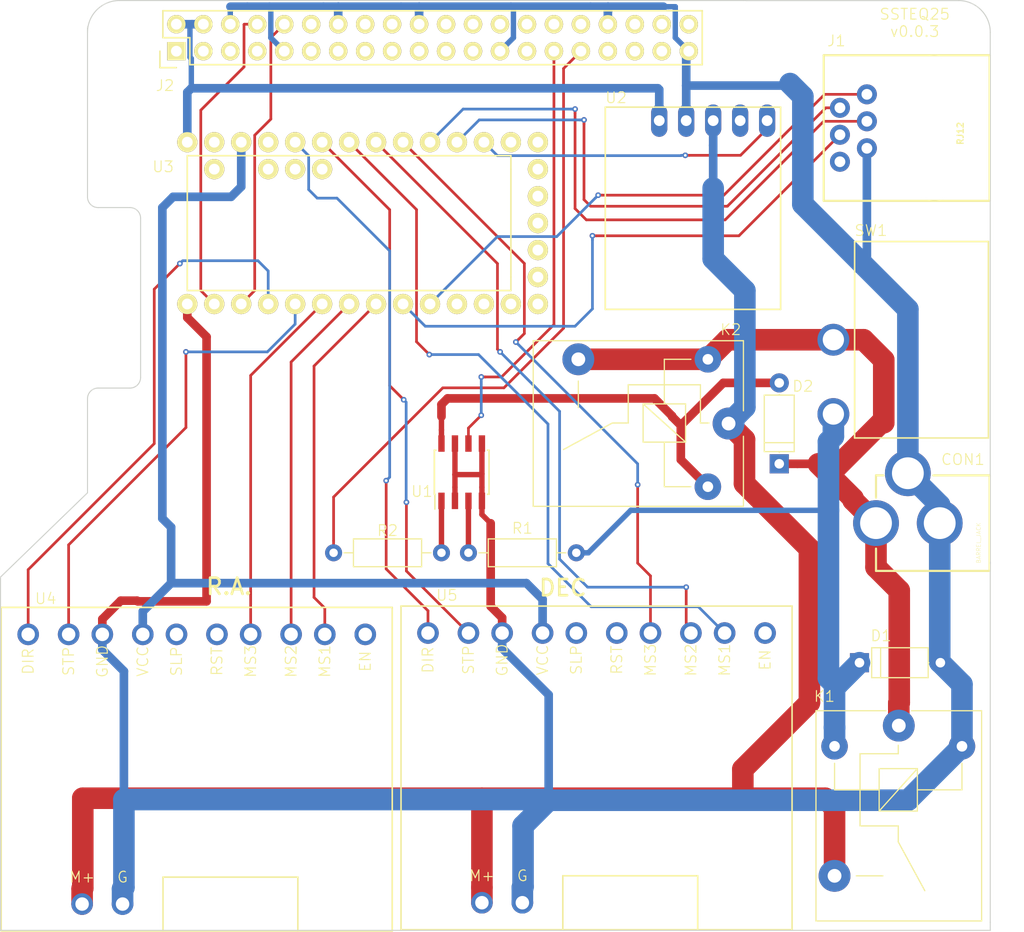
<source format=kicad_pcb>
(kicad_pcb (version 4) (host pcbnew 4.0.7-e2-6376~60~ubuntu17.10.1)

  (general
    (links 61)
    (no_connects 0)
    (area 101.848756 54.832 208.431929 157.1866)
    (thickness 1.6)
    (drawings 36)
    (tracks 341)
    (zones 0)
    (modules 19)
    (nets 81)
  )

  (page USLetter)
  (title_block
    (title "SSTEQ25 Shield")
    (date 2018-08-18)
    (rev 0.0.5)
    (company "StarSync Trackers")
  )

  (layers
    (0 F.Cu signal)
    (31 B.Cu signal)
    (32 B.Adhes user)
    (33 F.Adhes user)
    (34 B.Paste user)
    (35 F.Paste user)
    (36 B.SilkS user)
    (37 F.SilkS user)
    (38 B.Mask user)
    (39 F.Mask user)
    (40 Dwgs.User user hide)
    (41 Cmts.User user)
    (42 Eco1.User user)
    (43 Eco2.User user)
    (44 Edge.Cuts user)
    (45 Margin user)
    (46 B.CrtYd user)
    (47 F.CrtYd user)
    (48 B.Fab user)
    (49 F.Fab user hide)
  )

  (setup
    (last_trace_width 0.8128)
    (user_trace_width 0.254)
    (user_trace_width 0.508)
    (user_trace_width 0.8128)
    (user_trace_width 2.032)
    (trace_clearance 0.1016)
    (zone_clearance 0.508)
    (zone_45_only no)
    (trace_min 0.254)
    (segment_width 0.2)
    (edge_width 0.1)
    (via_size 0.5334)
    (via_drill 0.254)
    (via_min_size 0.5334)
    (via_min_drill 0.254)
    (user_via 0.5334 0.254)
    (user_via 0.5334 0.254)
    (user_via 0.5334 0.254)
    (user_via 0.5334 0.254)
    (uvia_size 0.508)
    (uvia_drill 0.127)
    (uvias_allowed no)
    (uvia_min_size 0.381)
    (uvia_min_drill 0.127)
    (pcb_text_width 0.3)
    (pcb_text_size 1.5 1.5)
    (mod_edge_width 0.15)
    (mod_text_size 1 1)
    (mod_text_width 0.15)
    (pad_size 1.524 3.048)
    (pad_drill 1.016)
    (pad_to_mask_clearance 0)
    (aux_axis_origin 0 0)
    (visible_elements 7FFEFFFF)
    (pcbplotparams
      (layerselection 0x010fc_80000001)
      (usegerberextensions false)
      (excludeedgelayer true)
      (linewidth 0.100000)
      (plotframeref false)
      (viasonmask false)
      (mode 1)
      (useauxorigin false)
      (hpglpennumber 1)
      (hpglpenspeed 20)
      (hpglpendiameter 15)
      (hpglpenoverlay 2)
      (psnegative false)
      (psa4output false)
      (plotreference true)
      (plotvalue true)
      (plotinvisibletext false)
      (padsonsilk false)
      (subtractmaskfromsilk false)
      (outputformat 1)
      (mirror false)
      (drillshape 0)
      (scaleselection 1)
      (outputdirectory gerber/))
  )

  (net 0 "")
  (net 1 "Net-(J2-Pad1)")
  (net 2 "Net-(J2-Pad3)")
  (net 3 "Net-(J2-Pad5)")
  (net 4 "Net-(J2-Pad7)")
  (net 5 "Net-(J2-Pad11)")
  (net 6 "Net-(J2-Pad12)")
  (net 7 "Net-(J2-Pad13)")
  (net 8 "Net-(J2-Pad15)")
  (net 9 "Net-(J2-Pad16)")
  (net 10 "Net-(J2-Pad17)")
  (net 11 "Net-(J2-Pad18)")
  (net 12 "Net-(J2-Pad19)")
  (net 13 "Net-(J2-Pad21)")
  (net 14 "Net-(J2-Pad22)")
  (net 15 "Net-(J2-Pad23)")
  (net 16 "Net-(J2-Pad24)")
  (net 17 "Net-(J2-Pad26)")
  (net 18 "Net-(J2-Pad27)")
  (net 19 "Net-(J2-Pad28)")
  (net 20 "Net-(J2-Pad30)")
  (net 21 "Net-(J2-Pad32)")
  (net 22 "Net-(J2-Pad33)")
  (net 23 "Net-(J2-Pad35)")
  (net 24 "Net-(J2-Pad36)")
  (net 25 "Net-(J2-Pad37)")
  (net 26 "Net-(J2-Pad38)")
  (net 27 "Net-(J2-Pad40)")
  (net 28 +12V)
  (net 29 GND)
  (net 30 "Net-(J1-Pad1)")
  (net 31 AG_RA-X)
  (net 32 AG_DEC-Y)
  (net 33 AG_DEC+Y)
  (net 34 AG_RA+X)
  (net 35 +5V)
  (net 36 RPI_TX)
  (net 37 RPI_RX)
  (net 38 +3V3)
  (net 39 "Net-(R1-Pad1)")
  (net 40 PG)
  (net 41 "Net-(U2-Pad2)")
  (net 42 "Net-(U3-Pad36)")
  (net 43 "Net-(U3-Pad35)")
  (net 44 "Net-(U3-Pad34)")
  (net 45 "Net-(U3-Pad33)")
  (net 46 "Net-(U3-Pad32)")
  (net 47 "Net-(U3-Pad31)")
  (net 48 "Net-(U3-Pad30)")
  (net 49 "Net-(U3-Pad29)")
  (net 50 "Net-(U3-Pad28)")
  (net 51 "Net-(U3-Pad13)")
  (net 52 "Net-(U3-Pad14)")
  (net 53 "Net-(U3-Pad25)")
  (net 54 PWR_SW_PI)
  (net 55 PWR_RELAY_PI)
  (net 56 +12C)
  (net 57 PWR_SW)
  (net 58 PWR_RELAY)
  (net 59 "Net-(R2-Pad1)")
  (net 60 RA_DIR)
  (net 61 RA_STEP)
  (net 62 RA_MS3)
  (net 63 RA_MS2)
  (net 64 RA_MS1)
  (net 65 "Net-(U3-Pad9)")
  (net 66 "Net-(U3-Pad10)")
  (net 67 "Net-(U3-Pad11)")
  (net 68 "Net-(U3-Pad12)")
  (net 69 DEC_MS3)
  (net 70 DEC_MS2)
  (net 71 DEC_MS1)
  (net 72 DEC_STEP)
  (net 73 DEC_DIR)
  (net 74 "Net-(U3-Pad23)")
  (net 75 "Net-(U4-Pad1)")
  (net 76 "Net-(U4-Pad5)")
  (net 77 "Net-(U4-Pad6)")
  (net 78 "Net-(U5-Pad1)")
  (net 79 "Net-(U5-Pad5)")
  (net 80 "Net-(U5-Pad6)")

  (net_class Default "This is the default net class."
    (clearance 0.1016)
    (trace_width 0.254)
    (via_dia 0.5334)
    (via_drill 0.254)
    (uvia_dia 0.508)
    (uvia_drill 0.127)
    (add_net +12C)
    (add_net +12V)
    (add_net +3V3)
    (add_net +5V)
    (add_net AG_DEC+Y)
    (add_net AG_DEC-Y)
    (add_net AG_RA+X)
    (add_net AG_RA-X)
    (add_net DEC_DIR)
    (add_net DEC_MS1)
    (add_net DEC_MS2)
    (add_net DEC_MS3)
    (add_net DEC_STEP)
    (add_net GND)
    (add_net "Net-(J1-Pad1)")
    (add_net "Net-(J2-Pad1)")
    (add_net "Net-(J2-Pad11)")
    (add_net "Net-(J2-Pad12)")
    (add_net "Net-(J2-Pad13)")
    (add_net "Net-(J2-Pad15)")
    (add_net "Net-(J2-Pad16)")
    (add_net "Net-(J2-Pad17)")
    (add_net "Net-(J2-Pad18)")
    (add_net "Net-(J2-Pad19)")
    (add_net "Net-(J2-Pad21)")
    (add_net "Net-(J2-Pad22)")
    (add_net "Net-(J2-Pad23)")
    (add_net "Net-(J2-Pad24)")
    (add_net "Net-(J2-Pad26)")
    (add_net "Net-(J2-Pad27)")
    (add_net "Net-(J2-Pad28)")
    (add_net "Net-(J2-Pad3)")
    (add_net "Net-(J2-Pad30)")
    (add_net "Net-(J2-Pad32)")
    (add_net "Net-(J2-Pad33)")
    (add_net "Net-(J2-Pad35)")
    (add_net "Net-(J2-Pad36)")
    (add_net "Net-(J2-Pad37)")
    (add_net "Net-(J2-Pad38)")
    (add_net "Net-(J2-Pad40)")
    (add_net "Net-(J2-Pad5)")
    (add_net "Net-(J2-Pad7)")
    (add_net "Net-(R1-Pad1)")
    (add_net "Net-(R2-Pad1)")
    (add_net "Net-(U2-Pad2)")
    (add_net "Net-(U3-Pad10)")
    (add_net "Net-(U3-Pad11)")
    (add_net "Net-(U3-Pad12)")
    (add_net "Net-(U3-Pad13)")
    (add_net "Net-(U3-Pad14)")
    (add_net "Net-(U3-Pad23)")
    (add_net "Net-(U3-Pad25)")
    (add_net "Net-(U3-Pad28)")
    (add_net "Net-(U3-Pad29)")
    (add_net "Net-(U3-Pad30)")
    (add_net "Net-(U3-Pad31)")
    (add_net "Net-(U3-Pad32)")
    (add_net "Net-(U3-Pad33)")
    (add_net "Net-(U3-Pad34)")
    (add_net "Net-(U3-Pad35)")
    (add_net "Net-(U3-Pad36)")
    (add_net "Net-(U3-Pad9)")
    (add_net "Net-(U4-Pad1)")
    (add_net "Net-(U4-Pad5)")
    (add_net "Net-(U4-Pad6)")
    (add_net "Net-(U5-Pad1)")
    (add_net "Net-(U5-Pad5)")
    (add_net "Net-(U5-Pad6)")
    (add_net PG)
    (add_net PWR_RELAY)
    (add_net PWR_RELAY_PI)
    (add_net PWR_SW)
    (add_net PWR_SW_PI)
    (add_net RA_DIR)
    (add_net RA_MS1)
    (add_net RA_MS2)
    (add_net RA_MS3)
    (add_net RA_STEP)
    (add_net RPI_RX)
    (add_net RPI_TX)
  )

  (module RPi_Hat:Pin_Header_Straight_2x20 locked (layer F.Cu) (tedit 5B033F68) (tstamp 5516AEA0)
    (at 148.2605 69.532 90)
    (descr "Through hole pin header")
    (tags "pin header")
    (path /5515D395/5516AE26)
    (fp_text reference J2 (at -4.509 -25.1975 180) (layer F.SilkS)
      (effects (font (size 1.016 1.016) (thickness 0.1016)))
    )
    (fp_text value RPi_GPIO (at -1.27 -27.23 90) (layer F.Fab)
      (effects (font (size 1 1) (thickness 0.15)))
    )
    (fp_line (start -3.02 -25.88) (end -3.02 25.92) (layer F.CrtYd) (width 0.05))
    (fp_line (start 3.03 -25.88) (end 3.03 25.92) (layer F.CrtYd) (width 0.05))
    (fp_line (start -3.02 -25.88) (end 3.03 -25.88) (layer F.CrtYd) (width 0.05))
    (fp_line (start -3.02 25.92) (end 3.03 25.92) (layer F.CrtYd) (width 0.05))
    (fp_line (start 2.54 25.4) (end 2.54 -25.4) (layer F.SilkS) (width 0.15))
    (fp_line (start -2.54 -22.86) (end -2.54 25.4) (layer F.SilkS) (width 0.15))
    (fp_line (start 2.54 25.4) (end -2.54 25.4) (layer F.SilkS) (width 0.15))
    (fp_line (start 2.54 -25.4) (end 0 -25.4) (layer F.SilkS) (width 0.15))
    (fp_line (start -1.27 -25.68) (end -2.82 -25.68) (layer F.SilkS) (width 0.15))
    (fp_line (start 0 -25.4) (end 0 -22.86) (layer F.SilkS) (width 0.15))
    (fp_line (start 0 -22.86) (end -2.54 -22.86) (layer F.SilkS) (width 0.15))
    (fp_line (start -2.82 -25.68) (end -2.82 -24.13) (layer F.SilkS) (width 0.15))
    (pad 1 thru_hole rect (at -1.27 -24.13 90) (size 1.7272 1.7272) (drill 1.016) (layers *.Cu *.Mask F.SilkS)
      (net 1 "Net-(J2-Pad1)"))
    (pad 2 thru_hole oval (at 1.27 -24.13 90) (size 1.7272 1.7272) (drill 1.016) (layers *.Cu *.Mask F.SilkS)
      (net 35 +5V))
    (pad 3 thru_hole oval (at -1.27 -21.59 90) (size 1.7272 1.7272) (drill 1.016) (layers *.Cu *.Mask F.SilkS)
      (net 2 "Net-(J2-Pad3)"))
    (pad 4 thru_hole oval (at 1.27 -21.59 90) (size 1.7272 1.7272) (drill 1.016) (layers *.Cu *.Mask F.SilkS)
      (net 35 +5V))
    (pad 5 thru_hole oval (at -1.27 -19.05 90) (size 1.7272 1.7272) (drill 1.016) (layers *.Cu *.Mask F.SilkS)
      (net 3 "Net-(J2-Pad5)"))
    (pad 6 thru_hole oval (at 1.27 -19.05 90) (size 1.7272 1.7272) (drill 1.016) (layers *.Cu *.Mask F.SilkS)
      (net 29 GND))
    (pad 7 thru_hole oval (at -1.27 -16.51 90) (size 1.7272 1.7272) (drill 1.016) (layers *.Cu *.Mask F.SilkS)
      (net 4 "Net-(J2-Pad7)"))
    (pad 8 thru_hole oval (at 1.27 -16.51 90) (size 1.7272 1.7272) (drill 1.016) (layers *.Cu *.Mask F.SilkS)
      (net 36 RPI_TX))
    (pad 9 thru_hole oval (at -1.27 -13.97 90) (size 1.7272 1.7272) (drill 1.016) (layers *.Cu *.Mask F.SilkS)
      (net 29 GND))
    (pad 10 thru_hole oval (at 1.27 -13.97 90) (size 1.7272 1.7272) (drill 1.016) (layers *.Cu *.Mask F.SilkS)
      (net 37 RPI_RX))
    (pad 11 thru_hole oval (at -1.27 -11.43 90) (size 1.7272 1.7272) (drill 1.016) (layers *.Cu *.Mask F.SilkS)
      (net 5 "Net-(J2-Pad11)"))
    (pad 12 thru_hole oval (at 1.27 -11.43 90) (size 1.7272 1.7272) (drill 1.016) (layers *.Cu *.Mask F.SilkS)
      (net 6 "Net-(J2-Pad12)"))
    (pad 13 thru_hole oval (at -1.27 -8.89 90) (size 1.7272 1.7272) (drill 1.016) (layers *.Cu *.Mask F.SilkS)
      (net 7 "Net-(J2-Pad13)"))
    (pad 14 thru_hole oval (at 1.27 -8.89 90) (size 1.7272 1.7272) (drill 1.016) (layers *.Cu *.Mask F.SilkS)
      (net 29 GND))
    (pad 15 thru_hole oval (at -1.27 -6.35 90) (size 1.7272 1.7272) (drill 1.016) (layers *.Cu *.Mask F.SilkS)
      (net 8 "Net-(J2-Pad15)"))
    (pad 16 thru_hole oval (at 1.27 -6.35 90) (size 1.7272 1.7272) (drill 1.016) (layers *.Cu *.Mask F.SilkS)
      (net 9 "Net-(J2-Pad16)"))
    (pad 17 thru_hole oval (at -1.27 -3.81 90) (size 1.7272 1.7272) (drill 1.016) (layers *.Cu *.Mask F.SilkS)
      (net 10 "Net-(J2-Pad17)"))
    (pad 18 thru_hole oval (at 1.27 -3.81 90) (size 1.7272 1.7272) (drill 1.016) (layers *.Cu *.Mask F.SilkS)
      (net 11 "Net-(J2-Pad18)"))
    (pad 19 thru_hole oval (at -1.27 -1.27 90) (size 1.7272 1.7272) (drill 1.016) (layers *.Cu *.Mask F.SilkS)
      (net 12 "Net-(J2-Pad19)"))
    (pad 20 thru_hole oval (at 1.27 -1.27 90) (size 1.7272 1.7272) (drill 1.016) (layers *.Cu *.Mask F.SilkS)
      (net 29 GND))
    (pad 21 thru_hole oval (at -1.27 1.27 90) (size 1.7272 1.7272) (drill 1.016) (layers *.Cu *.Mask F.SilkS)
      (net 13 "Net-(J2-Pad21)"))
    (pad 22 thru_hole oval (at 1.27 1.27 90) (size 1.7272 1.7272) (drill 1.016) (layers *.Cu *.Mask F.SilkS)
      (net 14 "Net-(J2-Pad22)"))
    (pad 23 thru_hole oval (at -1.27 3.81 90) (size 1.7272 1.7272) (drill 1.016) (layers *.Cu *.Mask F.SilkS)
      (net 15 "Net-(J2-Pad23)"))
    (pad 24 thru_hole oval (at 1.27 3.81 90) (size 1.7272 1.7272) (drill 1.016) (layers *.Cu *.Mask F.SilkS)
      (net 16 "Net-(J2-Pad24)"))
    (pad 25 thru_hole oval (at -1.27 6.35 90) (size 1.7272 1.7272) (drill 1.016) (layers *.Cu *.Mask F.SilkS)
      (net 29 GND))
    (pad 26 thru_hole oval (at 1.27 6.35 90) (size 1.7272 1.7272) (drill 1.016) (layers *.Cu *.Mask F.SilkS)
      (net 17 "Net-(J2-Pad26)"))
    (pad 27 thru_hole oval (at -1.27 8.89 90) (size 1.7272 1.7272) (drill 1.016) (layers *.Cu *.Mask F.SilkS)
      (net 18 "Net-(J2-Pad27)"))
    (pad 28 thru_hole oval (at 1.27 8.89 90) (size 1.7272 1.7272) (drill 1.016) (layers *.Cu *.Mask F.SilkS)
      (net 19 "Net-(J2-Pad28)"))
    (pad 29 thru_hole oval (at -1.27 11.43 90) (size 1.7272 1.7272) (drill 1.016) (layers *.Cu *.Mask F.SilkS)
      (net 54 PWR_SW_PI))
    (pad 30 thru_hole oval (at 1.27 11.43 90) (size 1.7272 1.7272) (drill 1.016) (layers *.Cu *.Mask F.SilkS)
      (net 20 "Net-(J2-Pad30)"))
    (pad 31 thru_hole oval (at -1.27 13.97 90) (size 1.7272 1.7272) (drill 1.016) (layers *.Cu *.Mask F.SilkS)
      (net 55 PWR_RELAY_PI))
    (pad 32 thru_hole oval (at 1.27 13.97 90) (size 1.7272 1.7272) (drill 1.016) (layers *.Cu *.Mask F.SilkS)
      (net 21 "Net-(J2-Pad32)"))
    (pad 33 thru_hole oval (at -1.27 16.51 90) (size 1.7272 1.7272) (drill 1.016) (layers *.Cu *.Mask F.SilkS)
      (net 22 "Net-(J2-Pad33)"))
    (pad 34 thru_hole oval (at 1.27 16.51 90) (size 1.7272 1.7272) (drill 1.016) (layers *.Cu *.Mask F.SilkS)
      (net 29 GND))
    (pad 35 thru_hole oval (at -1.27 19.05 90) (size 1.7272 1.7272) (drill 1.016) (layers *.Cu *.Mask F.SilkS)
      (net 23 "Net-(J2-Pad35)"))
    (pad 36 thru_hole oval (at 1.27 19.05 90) (size 1.7272 1.7272) (drill 1.016) (layers *.Cu *.Mask F.SilkS)
      (net 24 "Net-(J2-Pad36)"))
    (pad 37 thru_hole oval (at -1.27 21.59 90) (size 1.7272 1.7272) (drill 1.016) (layers *.Cu *.Mask F.SilkS)
      (net 25 "Net-(J2-Pad37)"))
    (pad 38 thru_hole oval (at 1.27 21.59 90) (size 1.7272 1.7272) (drill 1.016) (layers *.Cu *.Mask F.SilkS)
      (net 26 "Net-(J2-Pad38)"))
    (pad 39 thru_hole oval (at -1.27 24.13 90) (size 1.7272 1.7272) (drill 1.016) (layers *.Cu *.Mask F.SilkS)
      (net 29 GND))
    (pad 40 thru_hole oval (at 1.27 24.13 90) (size 1.7272 1.7272) (drill 1.016) (layers *.Cu *.Mask F.SilkS)
      (net 27 "Net-(J2-Pad40)"))
    (model Pin_Headers.3dshapes/Pin_Header_Straight_2x20.wrl
      (at (xyz 0 0 0))
      (scale (xyz 1 1 1))
      (rotate (xyz 0 0 90))
    )
  )

  (module RPi_Hat:RPi_Hat_Mounting_Hole locked (layer F.Cu) (tedit 55217C7B) (tstamp 5515DEA9)
    (at 177.2605 69.532)
    (descr "Mounting hole, Befestigungsbohrung, 2,7mm, No Annular, Kein Restring,")
    (tags "Mounting hole, Befestigungsbohrung, 2,7mm, No Annular, Kein Restring,")
    (fp_text reference "" (at 0 -4.0005) (layer F.SilkS) hide
      (effects (font (size 1 1) (thickness 0.15)))
    )
    (fp_text value "" (at 0.09906 3.59918) (layer F.Fab) hide
      (effects (font (size 1 1) (thickness 0.15)))
    )
    (fp_circle (center 0 0) (end 1.375 0) (layer F.Fab) (width 0.15))
    (fp_circle (center 0 0) (end 3.1 0) (layer F.Fab) (width 0.15))
    (fp_circle (center 0 0) (end 3.1 0) (layer B.Fab) (width 0.15))
    (fp_circle (center 0 0) (end 1.375 0) (layer B.Fab) (width 0.15))
    (fp_circle (center 0 0) (end 3.1 0) (layer F.CrtYd) (width 0.15))
    (fp_circle (center 0 0) (end 3.1 0) (layer B.CrtYd) (width 0.15))
    (pad "" np_thru_hole circle (at 0 0) (size 2.75 2.75) (drill 2.75) (layers *.Cu *.Mask)
      (solder_mask_margin 1.725) (clearance 1.725))
  )

  (module RPi_Hat:RPi_Hat_Mounting_Hole locked (layer F.Cu) (tedit 55217CCB) (tstamp 55169DC9)
    (at 177.2605 118.532)
    (descr "Mounting hole, Befestigungsbohrung, 2,7mm, No Annular, Kein Restring,")
    (tags "Mounting hole, Befestigungsbohrung, 2,7mm, No Annular, Kein Restring,")
    (fp_text reference "" (at 0 -4.0005) (layer F.SilkS) hide
      (effects (font (size 1 1) (thickness 0.15)))
    )
    (fp_text value "" (at 0.09906 3.59918) (layer F.Fab) hide
      (effects (font (size 1 1) (thickness 0.15)))
    )
    (fp_circle (center 0 0) (end 1.375 0) (layer F.Fab) (width 0.15))
    (fp_circle (center 0 0) (end 3.1 0) (layer F.Fab) (width 0.15))
    (fp_circle (center 0 0) (end 3.1 0) (layer B.Fab) (width 0.15))
    (fp_circle (center 0 0) (end 1.375 0) (layer B.Fab) (width 0.15))
    (fp_circle (center 0 0) (end 3.1 0) (layer F.CrtYd) (width 0.15))
    (fp_circle (center 0 0) (end 3.1 0) (layer B.CrtYd) (width 0.15))
    (pad "" np_thru_hole circle (at 0 0) (size 2.75 2.75) (drill 2.75) (layers *.Cu *.Mask)
      (solder_mask_margin 1.725) (clearance 1.725))
  )

  (module RPi_Hat:RPi_Hat_Mounting_Hole locked (layer F.Cu) (tedit 55217CB9) (tstamp 5515DECC)
    (at 119.2605 118.532)
    (descr "Mounting hole, Befestigungsbohrung, 2,7mm, No Annular, Kein Restring,")
    (tags "Mounting hole, Befestigungsbohrung, 2,7mm, No Annular, Kein Restring,")
    (fp_text reference "" (at 0 -4.0005) (layer F.SilkS) hide
      (effects (font (size 1 1) (thickness 0.15)))
    )
    (fp_text value "" (at 0.09906 3.59918) (layer F.Fab) hide
      (effects (font (size 1 1) (thickness 0.15)))
    )
    (fp_circle (center 0 0) (end 1.375 0) (layer F.Fab) (width 0.15))
    (fp_circle (center 0 0) (end 3.1 0) (layer F.Fab) (width 0.15))
    (fp_circle (center 0 0) (end 3.1 0) (layer B.Fab) (width 0.15))
    (fp_circle (center 0 0) (end 1.375 0) (layer B.Fab) (width 0.15))
    (fp_circle (center 0 0) (end 3.1 0) (layer F.CrtYd) (width 0.15))
    (fp_circle (center 0 0) (end 3.1 0) (layer B.CrtYd) (width 0.15))
    (pad "" np_thru_hole circle (at 0 0) (size 2.75 2.75) (drill 2.75) (layers *.Cu *.Mask)
      (solder_mask_margin 1.725) (clearance 1.725))
  )

  (module RPi_Hat:RPi_Hat_Mounting_Hole locked (layer F.Cu) (tedit 55217CA2) (tstamp 5515DEBF)
    (at 119.2605 69.532)
    (descr "Mounting hole, Befestigungsbohrung, 2,7mm, No Annular, Kein Restring,")
    (tags "Mounting hole, Befestigungsbohrung, 2,7mm, No Annular, Kein Restring,")
    (fp_text reference "" (at 0 -4.0005) (layer F.SilkS) hide
      (effects (font (size 1 1) (thickness 0.15)))
    )
    (fp_text value "" (at 0.09906 3.59918) (layer F.Fab) hide
      (effects (font (size 1 1) (thickness 0.15)))
    )
    (fp_circle (center 0 0) (end 1.375 0) (layer F.Fab) (width 0.15))
    (fp_circle (center 0 0) (end 3.1 0) (layer F.Fab) (width 0.15))
    (fp_circle (center 0 0) (end 3.1 0) (layer B.Fab) (width 0.15))
    (fp_circle (center 0 0) (end 1.375 0) (layer B.Fab) (width 0.15))
    (fp_circle (center 0 0) (end 3.1 0) (layer F.CrtYd) (width 0.15))
    (fp_circle (center 0 0) (end 3.1 0) (layer B.CrtYd) (width 0.15))
    (pad "" np_thru_hole circle (at 0 0) (size 2.75 2.75) (drill 2.75) (layers *.Cu *.Mask)
      (solder_mask_margin 1.725) (clearance 1.725))
  )

  (module isadore_custom_footprints:POWER_JACK_PTH (layer F.Cu) (tedit 5B033F8C) (tstamp 5B0327A0)
    (at 203.7245 115.2525 90)
    (path /5B02F876)
    (fp_text reference CON1 (at 5.3975 -7.6365 180) (layer F.SilkS)
      (effects (font (size 1.016 1.016) (thickness 0.1016)) (justify left bottom))
    )
    (fp_text value BARREL_JACK (at -3.81 -3.81 90) (layer F.SilkS)
      (effects (font (size 0.38608 0.38608) (thickness 0.032512)) (justify left bottom))
    )
    (fp_line (start 4.5 -13.7) (end 2.4 -13.7) (layer F.SilkS) (width 0.2032))
    (fp_line (start -4.5 -3) (end -4.5 -0.1) (layer Dwgs.User) (width 0.2032))
    (fp_line (start 4.5 -0.1) (end 4.5 -3) (layer Dwgs.User) (width 0.2032))
    (fp_line (start 4.5 -0.1) (end -4.5 -0.1) (layer Dwgs.User) (width 0.2032))
    (fp_line (start 4.5 -3) (end 4.5 -8.3) (layer F.SilkS) (width 0.2032))
    (fp_line (start 4.5 -13.7) (end 4.5 -13) (layer F.SilkS) (width 0.2032))
    (fp_line (start -4.5 -3) (end -4.5 -13.7) (layer F.SilkS) (width 0.2032))
    (fp_line (start -4.5 -13.7) (end -2.4 -13.7) (layer F.SilkS) (width 0.2032))
    (fp_line (start -4.5 -3) (end 4.5 -3) (layer F.SilkS) (width 0.2032))
    (pad 1 thru_hole circle (at 0 -13.7 90) (size 4.318 4.318) (drill 2.9972) (layers *.Cu *.Mask)
      (net 28 +12V))
    (pad 3 thru_hole circle (at 0 -7.7 90) (size 4.318 4.318) (drill 2.9972) (layers *.Cu *.Mask)
      (net 29 GND))
    (pad 2 thru_hole circle (at 4.7 -10.7 180) (size 4.318 4.318) (drill 2.9972) (layers *.Cu *.Mask)
      (net 29 GND))
  )

  (module SparkFun-Connectors:RJ11-6 (layer F.Cu) (tedit 5B033F77) (tstamp 5B0327AC)
    (at 195.5165 78.0415 90)
    (descr "<h3>RJ11 6-Pin Socket with PCB Mounting Post</h3>\n<p>Specifications:\n<ul><li>Pin count: 6</li>\n</ul></p>\n<p><a href=”https://www.sparkfun.com/datasheets/Prototyping/Connectors/RJ11-Datasheet.pdf”>Datasheet referenced for footprint</a></p>\n<p>Example device(s):\n<ul><li>RJ11-6</li>\n</ul></p>")
    (path /5B02F815)
    (fp_text reference J1 (at 7.62 -10.16 180) (layer F.SilkS)
      (effects (font (size 1.016 1.016) (thickness 0.1016)) (justify left bottom))
    )
    (fp_text value RJ12 (at -1.651 2.794 90) (layer F.SilkS)
      (effects (font (size 0.57912 0.57912) (thickness 0.12192)) (justify left bottom))
    )
    (fp_line (start 6.858 5.207) (end 6.858 -10.414) (layer F.SilkS) (width 0.2032))
    (fp_line (start 6.858 -10.414) (end -6.858 -10.414) (layer F.SilkS) (width 0.2032))
    (fp_line (start -6.858 -10.414) (end -6.858 5.207) (layer F.SilkS) (width 0.2032))
    (fp_line (start 6.858 5.207) (end -6.858 5.207) (layer F.SilkS) (width 0.2032))
    (fp_line (start -6.858 5.207) (end -6.858 8.128) (layer Dwgs.User) (width 0.2032))
    (fp_line (start -6.858 8.128) (end 6.858 8.128) (layer Dwgs.User) (width 0.2032))
    (fp_line (start 6.858 8.128) (end 6.858 5.207) (layer Dwgs.User) (width 0.2032))
    (pad 1 thru_hole circle (at -3.175 -8.89 90) (size 1.8796 1.8796) (drill 1.016) (layers *.Cu *.Mask)
      (net 30 "Net-(J1-Pad1)"))
    (pad 2 thru_hole circle (at -1.905 -6.35 90) (size 1.8796 1.8796) (drill 1.016) (layers *.Cu *.Mask)
      (net 29 GND))
    (pad 3 thru_hole circle (at -0.635 -8.89 90) (size 1.8796 1.8796) (drill 1.016) (layers *.Cu *.Mask)
      (net 31 AG_RA-X))
    (pad 4 thru_hole circle (at 0.635 -6.35 90) (size 1.8796 1.8796) (drill 1.016) (layers *.Cu *.Mask)
      (net 32 AG_DEC-Y))
    (pad 5 thru_hole circle (at 1.905 -8.89 90) (size 1.8796 1.8796) (drill 1.016) (layers *.Cu *.Mask)
      (net 33 AG_DEC+Y))
    (pad 6 thru_hole circle (at 3.175 -6.35 90) (size 1.8796 1.8796) (drill 1.016) (layers *.Cu *.Mask)
      (net 34 AG_RA+X))
    (pad "" np_thru_hole circle (at -5.08 0 90) (size 3.2512 3.2512) (drill 3.2512) (layers *.Cu))
    (pad "" np_thru_hole circle (at 5.08 0 90) (size 3.2512 3.2512) (drill 3.2512) (layers *.Cu))
  )

  (module isadore_custom_footprints:pololu_D24V22F5 (layer F.Cu) (tedit 5B72780B) (tstamp 5B0327D9)
    (at 174.6885 77.343 180)
    (path /5B02F72B)
    (fp_text reference U2 (at 9.144 2.159 360) (layer F.SilkS)
      (effects (font (size 1.016 1.016) (thickness 0.1016)))
    )
    (fp_text value pololu_D24V22F5 (at 0 2.54 180) (layer F.Fab)
      (effects (font (size 1 1) (thickness 0.15)))
    )
    (fp_line (start 10.16 1.27) (end -6.35 1.27) (layer F.SilkS) (width 0.15))
    (fp_line (start 10.16 -17.78) (end 10.16 1.27) (layer F.SilkS) (width 0.15))
    (fp_line (start -6.35 -17.78) (end 10.16 -17.78) (layer F.SilkS) (width 0.15))
    (fp_line (start -6.35 1.27) (end -6.35 -17.78) (layer F.SilkS) (width 0.15))
    (pad 1 thru_hole oval (at -5.08 0 180) (size 1.524 3.048) (drill 1.016) (layers *.Cu *.Mask)
      (net 40 PG))
    (pad 2 thru_hole oval (at -2.54 0 180) (size 1.524 3.048) (drill 1.016) (layers *.Cu *.Mask)
      (net 41 "Net-(U2-Pad2)"))
    (pad 3 thru_hole oval (at 0 0 180) (size 1.524 3.048) (drill 1.016) (layers *.Cu *.Mask)
      (net 56 +12C))
    (pad 4 thru_hole oval (at 2.54 0 180) (size 1.524 3.048) (drill 1.016) (layers *.Cu *.Mask)
      (net 29 GND))
    (pad 5 thru_hole oval (at 5.08 0 180) (size 1.524 3.048) (drill 1.016) (layers *.Cu *.Mask)
      (net 35 +5V))
  )

  (module custom_footprints:Teensy-3.1 (layer F.Cu) (tedit 5B033F5C) (tstamp 5B032802)
    (at 127.6985 94.615)
    (path /5B02F798)
    (fp_text reference U3 (at -4.8133 -12.9286 180) (layer F.SilkS)
      (effects (font (size 1.016 1.016) (thickness 0.1016)))
    )
    (fp_text value Teensy_3.1 (at 5.08 -10.16) (layer F.Fab)
      (effects (font (size 1.5 1.5) (thickness 0.15)))
    )
    (fp_line (start 27.94 -2.54) (end 27.94 -1.27) (layer F.SilkS) (width 0.15))
    (fp_line (start 27.94 -1.27) (end -2.54 -1.27) (layer F.SilkS) (width 0.15))
    (fp_line (start -2.54 -1.27) (end -2.54 -2.54) (layer F.SilkS) (width 0.15))
    (fp_line (start -2.54 -12.7) (end -2.54 -13.97) (layer F.SilkS) (width 0.15))
    (fp_line (start -2.54 -13.97) (end 27.94 -13.97) (layer F.SilkS) (width 0.15))
    (fp_line (start 27.94 -13.97) (end 27.94 -12.7) (layer F.SilkS) (width 0.15))
    (fp_line (start 27.94 -12.7) (end 27.94 -2.54) (layer F.SilkS) (width 0.15))
    (fp_line (start -2.54 -2.54) (end -2.54 -12.7) (layer F.SilkS) (width 0.15))
    (pad 36 thru_hole circle (at 10.16 -12.7) (size 1.9 1.9) (drill 1.016) (layers *.Cu *.Mask F.SilkS)
      (net 42 "Net-(U3-Pad36)"))
    (pad 35 thru_hole circle (at 7.62 -12.7) (size 1.9 1.9) (drill 1.016) (layers *.Cu *.Mask F.SilkS)
      (net 43 "Net-(U3-Pad35)"))
    (pad 34 thru_hole circle (at 5.08 -12.7) (size 1.9 1.9) (drill 1.016) (layers *.Cu *.Mask F.SilkS)
      (net 44 "Net-(U3-Pad34)"))
    (pad 33 thru_hole circle (at 0 -12.7) (size 1.9 1.9) (drill 1.016) (layers *.Cu *.Mask F.SilkS)
      (net 45 "Net-(U3-Pad33)"))
    (pad 32 thru_hole circle (at 30.48 -2.54) (size 1.9 1.9) (drill 1.016) (layers *.Cu *.Mask F.SilkS)
      (net 46 "Net-(U3-Pad32)"))
    (pad 31 thru_hole circle (at 30.48 -5.08) (size 1.9 1.9) (drill 1.016) (layers *.Cu *.Mask F.SilkS)
      (net 47 "Net-(U3-Pad31)"))
    (pad 30 thru_hole circle (at 30.48 -7.62) (size 1.9 1.9) (drill 1.016) (layers *.Cu *.Mask F.SilkS)
      (net 48 "Net-(U3-Pad30)"))
    (pad 29 thru_hole circle (at 30.48 -10.16) (size 1.9 1.9) (drill 1.016) (layers *.Cu *.Mask F.SilkS)
      (net 49 "Net-(U3-Pad29)"))
    (pad 28 thru_hole circle (at 30.48 -12.7) (size 1.9 1.9) (drill 1.016) (layers *.Cu *.Mask F.SilkS)
      (net 50 "Net-(U3-Pad28)"))
    (pad 0 thru_hole circle (at 0 0) (size 1.9 1.9) (drill 1.016) (layers *.Cu *.Mask F.SilkS)
      (net 36 RPI_TX))
    (pad 1 thru_hole circle (at 2.54 0) (size 1.9 1.9) (drill 1.016) (layers *.Cu *.Mask F.SilkS)
      (net 37 RPI_RX))
    (pad 2 thru_hole circle (at 5.08 0) (size 1.9 1.9) (drill 1.016) (layers *.Cu *.Mask F.SilkS)
      (net 60 RA_DIR))
    (pad 3 thru_hole circle (at 7.62 0) (size 1.9 1.9) (drill 1.016) (layers *.Cu *.Mask F.SilkS)
      (net 61 RA_STEP))
    (pad 4 thru_hole circle (at 10.16 0) (size 1.9 1.9) (drill 1.016) (layers *.Cu *.Mask F.SilkS)
      (net 62 RA_MS3))
    (pad 5 thru_hole circle (at 12.7 0) (size 1.9 1.9) (drill 1.016) (layers *.Cu *.Mask F.SilkS)
      (net 63 RA_MS2))
    (pad 6 thru_hole circle (at 15.24 0) (size 1.9 1.9) (drill 1.016) (layers *.Cu *.Mask F.SilkS)
      (net 64 RA_MS1))
    (pad 7 thru_hole circle (at 17.78 0) (size 1.9 1.9) (drill 1.016) (layers *.Cu *.Mask F.SilkS)
      (net 31 AG_RA-X))
    (pad 8 thru_hole circle (at 20.32 0) (size 1.9 1.9) (drill 1.016) (layers *.Cu *.Mask F.SilkS)
      (net 34 AG_RA+X))
    (pad 9 thru_hole circle (at 22.86 0) (size 1.9 1.9) (drill 1.016) (layers *.Cu *.Mask F.SilkS)
      (net 65 "Net-(U3-Pad9)"))
    (pad 10 thru_hole circle (at 25.4 0) (size 1.9 1.9) (drill 1.016) (layers *.Cu *.Mask F.SilkS)
      (net 66 "Net-(U3-Pad10)"))
    (pad 11 thru_hole circle (at 27.94 0) (size 1.9 1.9) (drill 1.016) (layers *.Cu *.Mask F.SilkS)
      (net 67 "Net-(U3-Pad11)"))
    (pad 12 thru_hole circle (at 30.48 0) (size 1.9 1.9) (drill 1.016) (layers *.Cu *.Mask F.SilkS)
      (net 68 "Net-(U3-Pad12)"))
    (pad 13 thru_hole circle (at 30.48 -15.24) (size 1.9 1.9) (drill 1.016) (layers *.Cu *.Mask F.SilkS)
      (net 51 "Net-(U3-Pad13)"))
    (pad 14 thru_hole circle (at 27.94 -15.24) (size 1.9 1.9) (drill 1.016) (layers *.Cu *.Mask F.SilkS)
      (net 52 "Net-(U3-Pad14)"))
    (pad 15 thru_hole circle (at 25.4 -15.24) (size 1.9 1.9) (drill 1.016) (layers *.Cu *.Mask F.SilkS)
      (net 40 PG))
    (pad 16 thru_hole circle (at 22.86 -15.24) (size 1.9 1.9) (drill 1.016) (layers *.Cu *.Mask F.SilkS)
      (net 33 AG_DEC+Y))
    (pad 17 thru_hole circle (at 20.32 -15.24) (size 1.9 1.9) (drill 1.016) (layers *.Cu *.Mask F.SilkS)
      (net 32 AG_DEC-Y))
    (pad 18 thru_hole circle (at 17.78 -15.24) (size 1.9 1.9) (drill 1.016) (layers *.Cu *.Mask F.SilkS)
      (net 69 DEC_MS3))
    (pad 19 thru_hole circle (at 15.24 -15.24) (size 1.9 1.9) (drill 1.016) (layers *.Cu *.Mask F.SilkS)
      (net 70 DEC_MS2))
    (pad 20 thru_hole circle (at 12.7 -15.24) (size 1.9 1.9) (drill 1.016) (layers *.Cu *.Mask F.SilkS)
      (net 71 DEC_MS1))
    (pad 21 thru_hole circle (at 10.16 -15.24) (size 1.9 1.9) (drill 1.016) (layers *.Cu *.Mask F.SilkS)
      (net 72 DEC_STEP))
    (pad 22 thru_hole circle (at 7.62 -15.24) (size 1.9 1.9) (drill 1.016) (layers *.Cu *.Mask F.SilkS)
      (net 73 DEC_DIR))
    (pad 23 thru_hole circle (at 5.08 -15.24) (size 1.9 1.9) (drill 1.016) (layers *.Cu *.Mask F.SilkS)
      (net 74 "Net-(U3-Pad23)"))
    (pad 24 thru_hole circle (at 2.54 -15.24) (size 1.9 1.9) (drill 1.016) (layers *.Cu *.Mask F.SilkS)
      (net 38 +3V3))
    (pad 25 thru_hole circle (at 0 -15.24) (size 1.9 1.9) (drill 1.016) (layers *.Cu *.Mask F.SilkS)
      (net 53 "Net-(U3-Pad25)"))
    (pad 26 thru_hole circle (at -2.54 -15.24) (size 1.9 1.9) (drill 1.016) (layers *.Cu *.Mask F.SilkS)
      (net 35 +5V))
    (pad 27 thru_hole circle (at -2.54 0) (size 1.9 1.9) (drill 1.016) (layers *.Cu *.Mask F.SilkS)
      (net 29 GND))
  )

  (module Relays_THT:Relay_SPST_SANYOU_SRD_Series_Form_A (layer F.Cu) (tedit 5B787346) (tstamp 5B72782D)
    (at 192.17 134.321 270)
    (descr "relay Sanyou SRD series Form A http://www.sanyourelay.ca/public/products/pdf/SRD.pdf")
    (tags "relay Sanyu SRD form A")
    (path /5B727F45)
    (fp_text reference K1 (at -2.749 7.004 360) (layer F.SilkS)
      (effects (font (size 1.016 1.016) (thickness 0.1016)))
    )
    (fp_text value G5LE-1A (at 8 -9.6 270) (layer F.Fab)
      (effects (font (size 1 1) (thickness 0.15)))
    )
    (fp_line (start -1.4 1.2) (end -1.4 7.8) (layer F.SilkS) (width 0.12))
    (fp_line (start -1.4 -7.8) (end -1.4 -1.2) (layer F.SilkS) (width 0.12))
    (fp_line (start -1.4 -7.8) (end 18.4 -7.8) (layer F.SilkS) (width 0.12))
    (fp_line (start 18.4 -7.8) (end 18.4 7.8) (layer F.SilkS) (width 0.12))
    (fp_line (start 18.4 7.8) (end -1.4 7.8) (layer F.SilkS) (width 0.12))
    (fp_text user 1 (at 0 -2.3 270) (layer F.Fab)
      (effects (font (size 1 1) (thickness 0.15)))
    )
    (fp_line (start -1.3 -7.7) (end 18.3 -7.7) (layer F.Fab) (width 0.12))
    (fp_line (start 18.3 -7.7) (end 18.3 7.7) (layer F.Fab) (width 0.12))
    (fp_line (start 18.3 7.7) (end -1.3 7.7) (layer F.Fab) (width 0.12))
    (fp_line (start -1.3 7.7) (end -1.3 -7.7) (layer F.Fab) (width 0.12))
    (fp_text user %R (at 7.1 0.025 270) (layer F.Fab)
      (effects (font (size 1 1) (thickness 0.15)))
    )
    (fp_line (start 18.55 -7.95) (end -1.55 -7.95) (layer F.CrtYd) (width 0.05))
    (fp_line (start -1.55 7.95) (end -1.55 -7.95) (layer F.CrtYd) (width 0.05))
    (fp_line (start 18.55 -7.95) (end 18.55 7.95) (layer F.CrtYd) (width 0.05))
    (fp_line (start -1.55 7.95) (end 18.55 7.95) (layer F.CrtYd) (width 0.05))
    (fp_line (start 14.15 1.5) (end 14.15 4) (layer F.SilkS) (width 0.12))
    (fp_line (start 3.55 6.05) (end 6.05 6.05) (layer F.SilkS) (width 0.12))
    (fp_line (start 2.65 0.05) (end 1.85 0.05) (layer F.SilkS) (width 0.12))
    (fp_line (start 6.05 -5.95) (end 3.55 -5.95) (layer F.SilkS) (width 0.12))
    (fp_line (start 9.45 0.05) (end 10.95 0.05) (layer F.SilkS) (width 0.12))
    (fp_line (start 10.95 0.05) (end 15.55 -2.45) (layer F.SilkS) (width 0.12))
    (fp_line (start 9.45 3.65) (end 2.65 3.65) (layer F.SilkS) (width 0.12))
    (fp_line (start 9.45 0.05) (end 9.45 3.65) (layer F.SilkS) (width 0.12))
    (fp_line (start 2.65 0.05) (end 2.65 3.65) (layer F.SilkS) (width 0.12))
    (fp_line (start 6.05 -5.95) (end 6.05 -1.75) (layer F.SilkS) (width 0.12))
    (fp_line (start 6.05 1.85) (end 6.05 6.05) (layer F.SilkS) (width 0.12))
    (fp_line (start 8.05 1.85) (end 4.05 -1.75) (layer F.SilkS) (width 0.12))
    (fp_line (start 4.05 1.85) (end 4.05 -1.75) (layer F.SilkS) (width 0.12))
    (fp_line (start 4.05 -1.75) (end 8.05 -1.75) (layer F.SilkS) (width 0.12))
    (fp_line (start 8.05 -1.75) (end 8.05 1.85) (layer F.SilkS) (width 0.12))
    (fp_line (start 8.05 1.85) (end 4.05 1.85) (layer F.SilkS) (width 0.12))
    (pad 2 thru_hole circle (at 1.95 6.05) (size 2.5 2.5) (drill 1) (layers *.Cu *.Mask)
      (net 57 PWR_SW))
    (pad 3 thru_hole circle (at 14.15 6.05) (size 3 3) (drill 1.3) (layers *.Cu *.Mask)
      (net 56 +12C))
    (pad 5 thru_hole circle (at 1.95 -5.95) (size 2.5 2.5) (drill 1) (layers *.Cu *.Mask)
      (net 29 GND))
    (pad 1 thru_hole circle (at 0 0) (size 3 3) (drill 1.3) (layers *.Cu *.Mask)
      (net 28 +12V))
    (model ${KISYS3DMOD}/Relays_THT.3dshapes/Relay_SPST_SANYOU_SRD_Series_Form_A.wrl
      (at (xyz 0 0 0))
      (scale (xyz 1 1 1))
      (rotate (xyz 0 0 0))
    )
  )

  (module Relays_THT:Relay_SPST_SANYOU_SRD_Series_Form_A (layer F.Cu) (tedit 5B7872DF) (tstamp 5B727835)
    (at 176.1385 105.872 180)
    (descr "relay Sanyou SRD series Form A http://www.sanyourelay.ca/public/products/pdf/SRD.pdf")
    (tags "relay Sanyu SRD form A")
    (path /5B728078)
    (fp_text reference K2 (at -0.201 8.844 180) (layer F.SilkS)
      (effects (font (size 1.016 1.016) (thickness 0.1016)))
    )
    (fp_text value G5LE-1A (at 8 -9.6 180) (layer F.Fab)
      (effects (font (size 1 1) (thickness 0.15)))
    )
    (fp_line (start -1.4 1.2) (end -1.4 7.8) (layer F.SilkS) (width 0.12))
    (fp_line (start -1.4 -7.8) (end -1.4 -1.2) (layer F.SilkS) (width 0.12))
    (fp_line (start -1.4 -7.8) (end 18.4 -7.8) (layer F.SilkS) (width 0.12))
    (fp_line (start 18.4 -7.8) (end 18.4 7.8) (layer F.SilkS) (width 0.12))
    (fp_line (start 18.4 7.8) (end -1.4 7.8) (layer F.SilkS) (width 0.12))
    (fp_text user 1 (at 0 -2.3 180) (layer F.Fab)
      (effects (font (size 1 1) (thickness 0.15)))
    )
    (fp_line (start -1.3 -7.7) (end 18.3 -7.7) (layer F.Fab) (width 0.12))
    (fp_line (start 18.3 -7.7) (end 18.3 7.7) (layer F.Fab) (width 0.12))
    (fp_line (start 18.3 7.7) (end -1.3 7.7) (layer F.Fab) (width 0.12))
    (fp_line (start -1.3 7.7) (end -1.3 -7.7) (layer F.Fab) (width 0.12))
    (fp_text user %R (at 7.1 0.025 180) (layer F.Fab)
      (effects (font (size 1 1) (thickness 0.15)))
    )
    (fp_line (start 18.55 -7.95) (end -1.55 -7.95) (layer F.CrtYd) (width 0.05))
    (fp_line (start -1.55 7.95) (end -1.55 -7.95) (layer F.CrtYd) (width 0.05))
    (fp_line (start 18.55 -7.95) (end 18.55 7.95) (layer F.CrtYd) (width 0.05))
    (fp_line (start -1.55 7.95) (end 18.55 7.95) (layer F.CrtYd) (width 0.05))
    (fp_line (start 14.15 1.5) (end 14.15 4) (layer F.SilkS) (width 0.12))
    (fp_line (start 3.55 6.05) (end 6.05 6.05) (layer F.SilkS) (width 0.12))
    (fp_line (start 2.65 0.05) (end 1.85 0.05) (layer F.SilkS) (width 0.12))
    (fp_line (start 6.05 -5.95) (end 3.55 -5.95) (layer F.SilkS) (width 0.12))
    (fp_line (start 9.45 0.05) (end 10.95 0.05) (layer F.SilkS) (width 0.12))
    (fp_line (start 10.95 0.05) (end 15.55 -2.45) (layer F.SilkS) (width 0.12))
    (fp_line (start 9.45 3.65) (end 2.65 3.65) (layer F.SilkS) (width 0.12))
    (fp_line (start 9.45 0.05) (end 9.45 3.65) (layer F.SilkS) (width 0.12))
    (fp_line (start 2.65 0.05) (end 2.65 3.65) (layer F.SilkS) (width 0.12))
    (fp_line (start 6.05 -5.95) (end 6.05 -1.75) (layer F.SilkS) (width 0.12))
    (fp_line (start 6.05 1.85) (end 6.05 6.05) (layer F.SilkS) (width 0.12))
    (fp_line (start 8.05 1.85) (end 4.05 -1.75) (layer F.SilkS) (width 0.12))
    (fp_line (start 4.05 1.85) (end 4.05 -1.75) (layer F.SilkS) (width 0.12))
    (fp_line (start 4.05 -1.75) (end 8.05 -1.75) (layer F.SilkS) (width 0.12))
    (fp_line (start 8.05 -1.75) (end 8.05 1.85) (layer F.SilkS) (width 0.12))
    (fp_line (start 8.05 1.85) (end 4.05 1.85) (layer F.SilkS) (width 0.12))
    (pad 2 thru_hole circle (at 1.95 6.05 270) (size 2.5 2.5) (drill 1) (layers *.Cu *.Mask)
      (net 28 +12V))
    (pad 3 thru_hole circle (at 14.15 6.05 270) (size 3 3) (drill 1.3) (layers *.Cu *.Mask)
      (net 28 +12V))
    (pad 5 thru_hole circle (at 1.95 -5.95 270) (size 2.5 2.5) (drill 1) (layers *.Cu *.Mask)
      (net 58 PWR_RELAY))
    (pad 1 thru_hole circle (at 0 0 270) (size 3 3) (drill 1.3) (layers *.Cu *.Mask)
      (net 56 +12C))
    (model ${KISYS3DMOD}/Relays_THT.3dshapes/Relay_SPST_SANYOU_SRD_Series_Form_A.wrl
      (at (xyz 0 0 0))
      (scale (xyz 1 1 1))
      (rotate (xyz 0 0 0))
    )
  )

  (module custom_footprints:PWR_SWITCH_RA1H1C112R (layer F.Cu) (tedit 5B7872EB) (tstamp 5B72784A)
    (at 194.31 97.9805 270)
    (path /5B6F8977)
    (fp_text reference SW1 (at -10.287 4.7625 360) (layer F.SilkS)
      (effects (font (size 1.016 1.016) (thickness 0.1016)))
    )
    (fp_text value SW_SPST (at 7.62 -7.62 270) (layer F.Fab)
      (effects (font (size 1 1) (thickness 0.15)))
    )
    (fp_line (start -9.25 6.3) (end -9.25 -6.3) (layer F.SilkS) (width 0.15))
    (fp_line (start 9.25 6.3) (end -9.25 6.3) (layer F.SilkS) (width 0.15))
    (fp_line (start 9.25 -6.3) (end 9.25 6.3) (layer F.SilkS) (width 0.15))
    (fp_line (start -9.25 -6.3) (end 9.25 -6.3) (layer F.SilkS) (width 0.15))
    (pad 1 thru_hole circle (at 0 8.3 270) (size 3 3) (drill 2) (layers *.Cu *.Mask)
      (net 28 +12V))
    (pad 2 thru_hole circle (at 7 8.3 270) (size 3 3) (drill 2) (layers *.Cu *.Mask)
      (net 57 PWR_SW))
  )

  (module Diodes_ThroughHole:D_A-405_P7.62mm_Horizontal (layer F.Cu) (tedit 5B78735F) (tstamp 5B727A16)
    (at 188.468 128.397)
    (descr "D, A-405 series, Axial, Horizontal, pin pitch=7.62mm, , length*diameter=5.2*2.7mm^2, , http://www.diodes.com/_files/packages/A-405.pdf")
    (tags "D A-405 series Axial Horizontal pin pitch 7.62mm  length 5.2mm diameter 2.7mm")
    (path /5B6F83CF)
    (fp_text reference D1 (at 2.032 -2.54) (layer F.SilkS)
      (effects (font (size 1.016 1.016) (thickness 0.1016)))
    )
    (fp_text value 1N4001 (at 3.81 2.41) (layer F.Fab)
      (effects (font (size 1 1) (thickness 0.15)))
    )
    (fp_text user %R (at 3.81 0) (layer F.Fab)
      (effects (font (size 1 1) (thickness 0.15)))
    )
    (fp_line (start 1.21 -1.35) (end 1.21 1.35) (layer F.Fab) (width 0.1))
    (fp_line (start 1.21 1.35) (end 6.41 1.35) (layer F.Fab) (width 0.1))
    (fp_line (start 6.41 1.35) (end 6.41 -1.35) (layer F.Fab) (width 0.1))
    (fp_line (start 6.41 -1.35) (end 1.21 -1.35) (layer F.Fab) (width 0.1))
    (fp_line (start 0 0) (end 1.21 0) (layer F.Fab) (width 0.1))
    (fp_line (start 7.62 0) (end 6.41 0) (layer F.Fab) (width 0.1))
    (fp_line (start 1.99 -1.35) (end 1.99 1.35) (layer F.Fab) (width 0.1))
    (fp_line (start 1.15 -1.41) (end 1.15 1.41) (layer F.SilkS) (width 0.12))
    (fp_line (start 1.15 1.41) (end 6.47 1.41) (layer F.SilkS) (width 0.12))
    (fp_line (start 6.47 1.41) (end 6.47 -1.41) (layer F.SilkS) (width 0.12))
    (fp_line (start 6.47 -1.41) (end 1.15 -1.41) (layer F.SilkS) (width 0.12))
    (fp_line (start 1.08 0) (end 1.15 0) (layer F.SilkS) (width 0.12))
    (fp_line (start 6.54 0) (end 6.47 0) (layer F.SilkS) (width 0.12))
    (fp_line (start 1.99 -1.41) (end 1.99 1.41) (layer F.SilkS) (width 0.12))
    (fp_line (start -1.15 -1.7) (end -1.15 1.7) (layer F.CrtYd) (width 0.05))
    (fp_line (start -1.15 1.7) (end 8.8 1.7) (layer F.CrtYd) (width 0.05))
    (fp_line (start 8.8 1.7) (end 8.8 -1.7) (layer F.CrtYd) (width 0.05))
    (fp_line (start 8.8 -1.7) (end -1.15 -1.7) (layer F.CrtYd) (width 0.05))
    (pad 1 thru_hole rect (at 0 0) (size 1.8 1.8) (drill 0.9) (layers *.Cu *.Mask)
      (net 57 PWR_SW))
    (pad 2 thru_hole oval (at 7.62 0) (size 1.8 1.8) (drill 0.9) (layers *.Cu *.Mask)
      (net 29 GND))
    (model ${KISYS3DMOD}/Diodes_THT.3dshapes/D_A-405_P7.62mm_Horizontal.wrl
      (at (xyz 0 0 0))
      (scale (xyz 0.393701 0.393701 0.393701))
      (rotate (xyz 0 0 0))
    )
  )

  (module Diodes_ThroughHole:D_A-405_P7.62mm_Horizontal (layer F.Cu) (tedit 5B7872F4) (tstamp 5B727A1B)
    (at 180.9115 109.6645 90)
    (descr "D, A-405 series, Axial, Horizontal, pin pitch=7.62mm, , length*diameter=5.2*2.7mm^2, , http://www.diodes.com/_files/packages/A-405.pdf")
    (tags "D A-405 series Axial Horizontal pin pitch 7.62mm  length 5.2mm diameter 2.7mm")
    (path /5B6F843A)
    (fp_text reference D2 (at 7.3025 2.2225 180) (layer F.SilkS)
      (effects (font (size 1.016 1.016) (thickness 0.1016)))
    )
    (fp_text value 1N4001 (at 3.81 2.41 90) (layer F.Fab)
      (effects (font (size 1 1) (thickness 0.15)))
    )
    (fp_text user %R (at 3.81 0 90) (layer F.Fab)
      (effects (font (size 1 1) (thickness 0.15)))
    )
    (fp_line (start 1.21 -1.35) (end 1.21 1.35) (layer F.Fab) (width 0.1))
    (fp_line (start 1.21 1.35) (end 6.41 1.35) (layer F.Fab) (width 0.1))
    (fp_line (start 6.41 1.35) (end 6.41 -1.35) (layer F.Fab) (width 0.1))
    (fp_line (start 6.41 -1.35) (end 1.21 -1.35) (layer F.Fab) (width 0.1))
    (fp_line (start 0 0) (end 1.21 0) (layer F.Fab) (width 0.1))
    (fp_line (start 7.62 0) (end 6.41 0) (layer F.Fab) (width 0.1))
    (fp_line (start 1.99 -1.35) (end 1.99 1.35) (layer F.Fab) (width 0.1))
    (fp_line (start 1.15 -1.41) (end 1.15 1.41) (layer F.SilkS) (width 0.12))
    (fp_line (start 1.15 1.41) (end 6.47 1.41) (layer F.SilkS) (width 0.12))
    (fp_line (start 6.47 1.41) (end 6.47 -1.41) (layer F.SilkS) (width 0.12))
    (fp_line (start 6.47 -1.41) (end 1.15 -1.41) (layer F.SilkS) (width 0.12))
    (fp_line (start 1.08 0) (end 1.15 0) (layer F.SilkS) (width 0.12))
    (fp_line (start 6.54 0) (end 6.47 0) (layer F.SilkS) (width 0.12))
    (fp_line (start 1.99 -1.41) (end 1.99 1.41) (layer F.SilkS) (width 0.12))
    (fp_line (start -1.15 -1.7) (end -1.15 1.7) (layer F.CrtYd) (width 0.05))
    (fp_line (start -1.15 1.7) (end 8.8 1.7) (layer F.CrtYd) (width 0.05))
    (fp_line (start 8.8 1.7) (end 8.8 -1.7) (layer F.CrtYd) (width 0.05))
    (fp_line (start 8.8 -1.7) (end -1.15 -1.7) (layer F.CrtYd) (width 0.05))
    (pad 1 thru_hole rect (at 0 0 90) (size 1.8 1.8) (drill 0.9) (layers *.Cu *.Mask)
      (net 28 +12V))
    (pad 2 thru_hole oval (at 7.62 0 90) (size 1.8 1.8) (drill 0.9) (layers *.Cu *.Mask)
      (net 58 PWR_RELAY))
    (model ${KISYS3DMOD}/Diodes_THT.3dshapes/D_A-405_P7.62mm_Horizontal.wrl
      (at (xyz 0 0 0))
      (scale (xyz 0.393701 0.393701 0.393701))
      (rotate (xyz 0 0 0))
    )
  )

  (module Resistors_ThroughHole:R_Axial_DIN0207_L6.3mm_D2.5mm_P10.16mm_Horizontal (layer F.Cu) (tedit 5B787316) (tstamp 5B7280F8)
    (at 151.638 118.0465)
    (descr "Resistor, Axial_DIN0207 series, Axial, Horizontal, pin pitch=10.16mm, 0.25W = 1/4W, length*diameter=6.3*2.5mm^2, http://cdn-reichelt.de/documents/datenblatt/B400/1_4W%23YAG.pdf")
    (tags "Resistor Axial_DIN0207 series Axial Horizontal pin pitch 10.16mm 0.25W = 1/4W length 6.3mm diameter 2.5mm")
    (path /5B6F8613)
    (fp_text reference R1 (at 5.08 -2.31) (layer F.SilkS)
      (effects (font (size 1.016 1.016) (thickness 0.1016)))
    )
    (fp_text value 10k (at 5.08 2.31) (layer F.Fab)
      (effects (font (size 1 1) (thickness 0.15)))
    )
    (fp_line (start 1.93 -1.25) (end 1.93 1.25) (layer F.Fab) (width 0.1))
    (fp_line (start 1.93 1.25) (end 8.23 1.25) (layer F.Fab) (width 0.1))
    (fp_line (start 8.23 1.25) (end 8.23 -1.25) (layer F.Fab) (width 0.1))
    (fp_line (start 8.23 -1.25) (end 1.93 -1.25) (layer F.Fab) (width 0.1))
    (fp_line (start 0 0) (end 1.93 0) (layer F.Fab) (width 0.1))
    (fp_line (start 10.16 0) (end 8.23 0) (layer F.Fab) (width 0.1))
    (fp_line (start 1.87 -1.31) (end 1.87 1.31) (layer F.SilkS) (width 0.12))
    (fp_line (start 1.87 1.31) (end 8.29 1.31) (layer F.SilkS) (width 0.12))
    (fp_line (start 8.29 1.31) (end 8.29 -1.31) (layer F.SilkS) (width 0.12))
    (fp_line (start 8.29 -1.31) (end 1.87 -1.31) (layer F.SilkS) (width 0.12))
    (fp_line (start 0.98 0) (end 1.87 0) (layer F.SilkS) (width 0.12))
    (fp_line (start 9.18 0) (end 8.29 0) (layer F.SilkS) (width 0.12))
    (fp_line (start -1.05 -1.6) (end -1.05 1.6) (layer F.CrtYd) (width 0.05))
    (fp_line (start -1.05 1.6) (end 11.25 1.6) (layer F.CrtYd) (width 0.05))
    (fp_line (start 11.25 1.6) (end 11.25 -1.6) (layer F.CrtYd) (width 0.05))
    (fp_line (start 11.25 -1.6) (end -1.05 -1.6) (layer F.CrtYd) (width 0.05))
    (pad 1 thru_hole circle (at 0 0) (size 1.6 1.6) (drill 0.8) (layers *.Cu *.Mask)
      (net 39 "Net-(R1-Pad1)"))
    (pad 2 thru_hole oval (at 10.16 0) (size 1.6 1.6) (drill 0.8) (layers *.Cu *.Mask)
      (net 57 PWR_SW))
    (model ${KISYS3DMOD}/Resistors_THT.3dshapes/R_Axial_DIN0207_L6.3mm_D2.5mm_P10.16mm_Horizontal.wrl
      (at (xyz 0 0 0))
      (scale (xyz 0.393701 0.393701 0.393701))
      (rotate (xyz 0 0 0))
    )
  )

  (module Resistors_ThroughHole:R_Axial_DIN0207_L6.3mm_D2.5mm_P10.16mm_Horizontal (layer F.Cu) (tedit 5B78731E) (tstamp 5B7280FD)
    (at 149.098 118.0465 180)
    (descr "Resistor, Axial_DIN0207 series, Axial, Horizontal, pin pitch=10.16mm, 0.25W = 1/4W, length*diameter=6.3*2.5mm^2, http://cdn-reichelt.de/documents/datenblatt/B400/1_4W%23YAG.pdf")
    (tags "Resistor Axial_DIN0207 series Axial Horizontal pin pitch 10.16mm 0.25W = 1/4W length 6.3mm diameter 2.5mm")
    (path /5B71C91C)
    (fp_text reference R2 (at 5.08 2.0955 180) (layer F.SilkS)
      (effects (font (size 1.016 1.016) (thickness 0.1016)))
    )
    (fp_text value 390 (at 5.08 2.31 180) (layer F.Fab)
      (effects (font (size 1 1) (thickness 0.15)))
    )
    (fp_line (start 1.93 -1.25) (end 1.93 1.25) (layer F.Fab) (width 0.1))
    (fp_line (start 1.93 1.25) (end 8.23 1.25) (layer F.Fab) (width 0.1))
    (fp_line (start 8.23 1.25) (end 8.23 -1.25) (layer F.Fab) (width 0.1))
    (fp_line (start 8.23 -1.25) (end 1.93 -1.25) (layer F.Fab) (width 0.1))
    (fp_line (start 0 0) (end 1.93 0) (layer F.Fab) (width 0.1))
    (fp_line (start 10.16 0) (end 8.23 0) (layer F.Fab) (width 0.1))
    (fp_line (start 1.87 -1.31) (end 1.87 1.31) (layer F.SilkS) (width 0.12))
    (fp_line (start 1.87 1.31) (end 8.29 1.31) (layer F.SilkS) (width 0.12))
    (fp_line (start 8.29 1.31) (end 8.29 -1.31) (layer F.SilkS) (width 0.12))
    (fp_line (start 8.29 -1.31) (end 1.87 -1.31) (layer F.SilkS) (width 0.12))
    (fp_line (start 0.98 0) (end 1.87 0) (layer F.SilkS) (width 0.12))
    (fp_line (start 9.18 0) (end 8.29 0) (layer F.SilkS) (width 0.12))
    (fp_line (start -1.05 -1.6) (end -1.05 1.6) (layer F.CrtYd) (width 0.05))
    (fp_line (start -1.05 1.6) (end 11.25 1.6) (layer F.CrtYd) (width 0.05))
    (fp_line (start 11.25 1.6) (end 11.25 -1.6) (layer F.CrtYd) (width 0.05))
    (fp_line (start 11.25 -1.6) (end -1.05 -1.6) (layer F.CrtYd) (width 0.05))
    (pad 1 thru_hole circle (at 0 0 180) (size 1.6 1.6) (drill 0.8) (layers *.Cu *.Mask)
      (net 59 "Net-(R2-Pad1)"))
    (pad 2 thru_hole oval (at 10.16 0 180) (size 1.6 1.6) (drill 0.8) (layers *.Cu *.Mask)
      (net 55 PWR_RELAY_PI))
    (model ${KISYS3DMOD}/Resistors_THT.3dshapes/R_Axial_DIN0207_L6.3mm_D2.5mm_P10.16mm_Horizontal.wrl
      (at (xyz 0 0 0))
      (scale (xyz 0.393701 0.393701 0.393701))
      (rotate (xyz 0 0 0))
    )
  )

  (module custom_footprints:BED_PWR (layer F.Cu) (tedit 5B787337) (tstamp 5B732643)
    (at 126.0475 138.43 180)
    (path /5B6F4C8E)
    (fp_text reference U4 (at 14.224 16.0655 180) (layer F.SilkS)
      (effects (font (size 1.016 1.016) (thickness 0.1016)))
    )
    (fp_text value SparkFun_BigEasyDriver (at 15.24 -17.78 180) (layer F.Fab)
      (effects (font (size 1 1) (thickness 0.15)))
    )
    (fp_text user DIR (at 15.875 10.16 270) (layer F.SilkS)
      (effects (font (size 1.016 1.016) (thickness 0.1016)))
    )
    (fp_text user STP (at 12.065 10.16 270) (layer F.SilkS)
      (effects (font (size 1.016 1.016) (thickness 0.1016)))
    )
    (fp_text user GND (at 8.89 10.16 270) (layer F.SilkS)
      (effects (font (size 1.016 1.016) (thickness 0.1016)))
    )
    (fp_text user VCC (at 5.08 10.16 270) (layer F.SilkS)
      (effects (font (size 1.016 1.016) (thickness 0.1016)))
    )
    (fp_text user SLP (at 1.905 10.16 270) (layer F.SilkS)
      (effects (font (size 1.016 1.016) (thickness 0.1016)))
    )
    (fp_text user RST (at -1.905 10.16 270) (layer F.SilkS)
      (effects (font (size 1.016 1.016) (thickness 0.1016)))
    )
    (fp_text user MS3 (at -5.08 10.16 270) (layer F.SilkS)
      (effects (font (size 1.016 1.016) (thickness 0.1016)))
    )
    (fp_text user MS2 (at -8.89 10.16 270) (layer F.SilkS)
      (effects (font (size 1.016 1.016) (thickness 0.1016)))
    )
    (fp_text user MS1 (at -12.065 10.16 270) (layer F.SilkS)
      (effects (font (size 1.016 1.016) (thickness 0.1016)))
    )
    (fp_text user EN (at -15.875 10.16 270) (layer F.SilkS)
      (effects (font (size 1.016 1.016) (thickness 0.1016)))
    )
    (fp_text user G (at 6.985 -10.16 180) (layer F.SilkS)
      (effects (font (size 1.016 1.016) (thickness 0.1016)))
    )
    (fp_text user M+ (at 10.795 -10.16 180) (layer F.SilkS)
      (effects (font (size 1.016 1.016) (thickness 0.1016)))
    )
    (fp_line (start -9.525 -10.16) (end -9.525 -15.24) (layer F.SilkS) (width 0.15))
    (fp_line (start 3.175 -10.16) (end -9.525 -10.16) (layer F.SilkS) (width 0.15))
    (fp_line (start 3.175 -15.24) (end 3.175 -10.16) (layer F.SilkS) (width 0.15))
    (fp_line (start -18.415 15.24) (end -18.415 -15.24) (layer F.SilkS) (width 0.15))
    (fp_line (start 18.415 15.24) (end -18.415 15.24) (layer F.SilkS) (width 0.15))
    (fp_line (start 18.415 -15.24) (end 18.415 15.24) (layer F.SilkS) (width 0.15))
    (fp_line (start -18.415 -15.24) (end 18.415 -15.24) (layer F.SilkS) (width 0.15))
    (pad 1 thru_hole circle (at -15.875 12.7 180) (size 2.032 2.032) (drill 1.27) (layers *.Cu *.Mask)
      (net 75 "Net-(U4-Pad1)"))
    (pad 2 thru_hole circle (at -12.065 12.7 180) (size 2.032 2.032) (drill 1.27) (layers *.Cu *.Mask)
      (net 64 RA_MS1))
    (pad 3 thru_hole circle (at -8.89 12.7 180) (size 2.032 2.032) (drill 1.27) (layers *.Cu *.Mask)
      (net 63 RA_MS2))
    (pad 4 thru_hole circle (at -5.08 12.7 180) (size 2.032 2.032) (drill 1.27) (layers *.Cu *.Mask)
      (net 62 RA_MS3))
    (pad 5 thru_hole circle (at -1.905 12.7 180) (size 2.032 2.032) (drill 1.27) (layers *.Cu *.Mask)
      (net 76 "Net-(U4-Pad5)"))
    (pad 6 thru_hole circle (at 1.905 12.7 180) (size 2.032 2.032) (drill 1.27) (layers *.Cu *.Mask)
      (net 77 "Net-(U4-Pad6)"))
    (pad 7 thru_hole circle (at 5.08 12.7 180) (size 2.032 2.032) (drill 1.27) (layers *.Cu *.Mask)
      (net 38 +3V3))
    (pad 8 thru_hole circle (at 8.89 12.7 180) (size 2.032 2.032) (drill 1.27) (layers *.Cu *.Mask)
      (net 29 GND))
    (pad 9 thru_hole circle (at 12.065 12.7 180) (size 2.032 2.032) (drill 1.27) (layers *.Cu *.Mask)
      (net 61 RA_STEP))
    (pad 10 thru_hole circle (at 15.875 12.7 180) (size 2.032 2.032) (drill 1.27) (layers *.Cu *.Mask)
      (net 60 RA_DIR))
    (pad 15 thru_hole circle (at 6.985 -12.7 180) (size 2.032 2.032) (drill 1.27) (layers *.Cu *.Mask)
      (net 29 GND))
    (pad 16 thru_hole circle (at 10.795 -12.7 180) (size 2.032 2.032) (drill 1.27) (layers *.Cu *.Mask)
      (net 56 +12C))
  )

  (module custom_footprints:BED_PWR (layer F.Cu) (tedit 5B78732E) (tstamp 5B732666)
    (at 163.703 138.303 180)
    (path /5B6F4E1B)
    (fp_text reference U5 (at 14.097 16.256 180) (layer F.SilkS)
      (effects (font (size 1.016 1.016) (thickness 0.1016)))
    )
    (fp_text value SparkFun_BigEasyDriver (at 15.24 -17.78 180) (layer F.Fab)
      (effects (font (size 1 1) (thickness 0.15)))
    )
    (fp_text user DIR (at 15.875 10.16 270) (layer F.SilkS)
      (effects (font (size 1.016 1.016) (thickness 0.1016)))
    )
    (fp_text user STP (at 12.065 10.16 270) (layer F.SilkS)
      (effects (font (size 1.016 1.016) (thickness 0.1016)))
    )
    (fp_text user GND (at 8.89 10.16 270) (layer F.SilkS)
      (effects (font (size 1.016 1.016) (thickness 0.1016)))
    )
    (fp_text user VCC (at 5.08 10.16 270) (layer F.SilkS)
      (effects (font (size 1.016 1.016) (thickness 0.1016)))
    )
    (fp_text user SLP (at 1.905 10.16 270) (layer F.SilkS)
      (effects (font (size 1.016 1.016) (thickness 0.1016)))
    )
    (fp_text user RST (at -1.905 10.16 270) (layer F.SilkS)
      (effects (font (size 1.016 1.016) (thickness 0.1016)))
    )
    (fp_text user MS3 (at -5.08 10.16 270) (layer F.SilkS)
      (effects (font (size 1.016 1.016) (thickness 0.1016)))
    )
    (fp_text user MS2 (at -8.89 10.16 270) (layer F.SilkS)
      (effects (font (size 1.016 1.016) (thickness 0.1016)))
    )
    (fp_text user MS1 (at -12.065 10.16 270) (layer F.SilkS)
      (effects (font (size 1.016 1.016) (thickness 0.1016)))
    )
    (fp_text user EN (at -15.875 10.16 270) (layer F.SilkS)
      (effects (font (size 1.016 1.016) (thickness 0.1016)))
    )
    (fp_text user G (at 6.985 -10.16 180) (layer F.SilkS)
      (effects (font (size 1.016 1.016) (thickness 0.1016)))
    )
    (fp_text user M+ (at 10.795 -10.16 180) (layer F.SilkS)
      (effects (font (size 1.016 1.016) (thickness 0.1016)))
    )
    (fp_line (start -9.525 -10.16) (end -9.525 -15.24) (layer F.SilkS) (width 0.15))
    (fp_line (start 3.175 -10.16) (end -9.525 -10.16) (layer F.SilkS) (width 0.15))
    (fp_line (start 3.175 -15.24) (end 3.175 -10.16) (layer F.SilkS) (width 0.15))
    (fp_line (start -18.415 15.24) (end -18.415 -15.24) (layer F.SilkS) (width 0.15))
    (fp_line (start 18.415 15.24) (end -18.415 15.24) (layer F.SilkS) (width 0.15))
    (fp_line (start 18.415 -15.24) (end 18.415 15.24) (layer F.SilkS) (width 0.15))
    (fp_line (start -18.415 -15.24) (end 18.415 -15.24) (layer F.SilkS) (width 0.15))
    (pad 1 thru_hole circle (at -15.875 12.7 180) (size 2.032 2.032) (drill 1.27) (layers *.Cu *.Mask)
      (net 78 "Net-(U5-Pad1)"))
    (pad 2 thru_hole circle (at -12.065 12.7 180) (size 2.032 2.032) (drill 1.27) (layers *.Cu *.Mask)
      (net 71 DEC_MS1))
    (pad 3 thru_hole circle (at -8.89 12.7 180) (size 2.032 2.032) (drill 1.27) (layers *.Cu *.Mask)
      (net 70 DEC_MS2))
    (pad 4 thru_hole circle (at -5.08 12.7 180) (size 2.032 2.032) (drill 1.27) (layers *.Cu *.Mask)
      (net 69 DEC_MS3))
    (pad 5 thru_hole circle (at -1.905 12.7 180) (size 2.032 2.032) (drill 1.27) (layers *.Cu *.Mask)
      (net 79 "Net-(U5-Pad5)"))
    (pad 6 thru_hole circle (at 1.905 12.7 180) (size 2.032 2.032) (drill 1.27) (layers *.Cu *.Mask)
      (net 80 "Net-(U5-Pad6)"))
    (pad 7 thru_hole circle (at 5.08 12.7 180) (size 2.032 2.032) (drill 1.27) (layers *.Cu *.Mask)
      (net 38 +3V3))
    (pad 8 thru_hole circle (at 8.89 12.7 180) (size 2.032 2.032) (drill 1.27) (layers *.Cu *.Mask)
      (net 29 GND))
    (pad 9 thru_hole circle (at 12.065 12.7 180) (size 2.032 2.032) (drill 1.27) (layers *.Cu *.Mask)
      (net 72 DEC_STEP))
    (pad 10 thru_hole circle (at 15.875 12.7 180) (size 2.032 2.032) (drill 1.27) (layers *.Cu *.Mask)
      (net 73 DEC_DIR))
    (pad 15 thru_hole circle (at 6.985 -12.7 180) (size 2.032 2.032) (drill 1.27) (layers *.Cu *.Mask)
      (net 29 GND))
    (pad 16 thru_hole circle (at 10.795 -12.7 180) (size 2.032 2.032) (drill 1.27) (layers *.Cu *.Mask)
      (net 56 +12C))
  )

  (module Housings_SOIC:SOIC-8_3.9x4.9mm_Pitch1.27mm (layer F.Cu) (tedit 5B78730A) (tstamp 5B772A0D)
    (at 151.003 110.457 90)
    (descr "8-Lead Plastic Small Outline (SN) - Narrow, 3.90 mm Body [SOIC] (see Microchip Packaging Specification 00000049BS.pdf)")
    (tags "SOIC 1.27")
    (path /5B71CB47)
    (attr smd)
    (fp_text reference U1 (at -1.811 -3.7465 180) (layer F.SilkS)
      (effects (font (size 1.016 1.016) (thickness 0.1016)))
    )
    (fp_text value VOD223T (at 0 3.5 90) (layer F.Fab)
      (effects (font (size 1 1) (thickness 0.15)))
    )
    (fp_text user %R (at 0 0 90) (layer F.Fab)
      (effects (font (size 1 1) (thickness 0.15)))
    )
    (fp_line (start -0.95 -2.45) (end 1.95 -2.45) (layer F.Fab) (width 0.1))
    (fp_line (start 1.95 -2.45) (end 1.95 2.45) (layer F.Fab) (width 0.1))
    (fp_line (start 1.95 2.45) (end -1.95 2.45) (layer F.Fab) (width 0.1))
    (fp_line (start -1.95 2.45) (end -1.95 -1.45) (layer F.Fab) (width 0.1))
    (fp_line (start -1.95 -1.45) (end -0.95 -2.45) (layer F.Fab) (width 0.1))
    (fp_line (start -3.73 -2.7) (end -3.73 2.7) (layer F.CrtYd) (width 0.05))
    (fp_line (start 3.73 -2.7) (end 3.73 2.7) (layer F.CrtYd) (width 0.05))
    (fp_line (start -3.73 -2.7) (end 3.73 -2.7) (layer F.CrtYd) (width 0.05))
    (fp_line (start -3.73 2.7) (end 3.73 2.7) (layer F.CrtYd) (width 0.05))
    (fp_line (start -2.075 -2.575) (end -2.075 -2.525) (layer F.SilkS) (width 0.15))
    (fp_line (start 2.075 -2.575) (end 2.075 -2.43) (layer F.SilkS) (width 0.15))
    (fp_line (start 2.075 2.575) (end 2.075 2.43) (layer F.SilkS) (width 0.15))
    (fp_line (start -2.075 2.575) (end -2.075 2.43) (layer F.SilkS) (width 0.15))
    (fp_line (start -2.075 -2.575) (end 2.075 -2.575) (layer F.SilkS) (width 0.15))
    (fp_line (start -2.075 2.575) (end 2.075 2.575) (layer F.SilkS) (width 0.15))
    (fp_line (start -2.075 -2.525) (end -3.475 -2.525) (layer F.SilkS) (width 0.15))
    (pad 1 smd rect (at -2.7 -1.905 90) (size 1.55 0.6) (layers F.Cu F.Paste F.Mask)
      (net 59 "Net-(R2-Pad1)"))
    (pad 2 smd rect (at -2.7 -0.635 90) (size 1.55 0.6) (layers F.Cu F.Paste F.Mask)
      (net 29 GND))
    (pad 3 smd rect (at -2.7 0.635 90) (size 1.55 0.6) (layers F.Cu F.Paste F.Mask)
      (net 39 "Net-(R1-Pad1)"))
    (pad 4 smd rect (at -2.7 1.905 90) (size 1.55 0.6) (layers F.Cu F.Paste F.Mask)
      (net 29 GND))
    (pad 5 smd rect (at 2.7 1.905 90) (size 1.55 0.6) (layers F.Cu F.Paste F.Mask)
      (net 29 GND))
    (pad 6 smd rect (at 2.7 0.635 90) (size 1.55 0.6) (layers F.Cu F.Paste F.Mask)
      (net 54 PWR_SW_PI))
    (pad 7 smd rect (at 2.7 -0.635 90) (size 1.55 0.6) (layers F.Cu F.Paste F.Mask)
      (net 29 GND))
    (pad 8 smd rect (at 2.7 -1.905 90) (size 1.55 0.6) (layers F.Cu F.Paste F.Mask)
      (net 58 PWR_RELAY))
    (model ${KISYS3DMOD}/Housings_SOIC.3dshapes/SOIC-8_3.9x4.9mm_Pitch1.27mm.wrl
      (at (xyz 0 0 0))
      (scale (xyz 1 1 1))
      (rotate (xyz 0 0 0))
    )
  )

  (gr_line (start 115.7605 112.395) (end 115.7605 103.505) (layer Edge.Cuts) (width 0.1))
  (gr_line (start 107.569 120.3325) (end 115.7605 112.395) (layer Edge.Cuts) (width 0.1))
  (gr_line (start 107.569 153.6065) (end 107.569 120.3325) (layer Edge.Cuts) (width 0.1))
  (gr_line (start 107.696 153.6065) (end 107.569 153.6065) (layer Edge.Cuts) (width 0.1))
  (gr_line (start 200.787 153.6065) (end 107.696 153.6065) (layer Edge.Cuts) (width 0.1))
  (gr_line (start 200.787 152.8445) (end 200.787 153.6065) (layer Edge.Cuts) (width 0.1))
  (gr_line (start 200.787 118.9355) (end 200.787 152.8445) (layer Edge.Cuts) (width 0.1))
  (gr_text DEC (at 160.528 121.3485) (layer F.SilkS)
    (effects (font (thickness 0.254)))
  )
  (gr_text R.A. (at 129.0955 121.2215) (layer F.SilkS)
    (effects (font (thickness 0.254)))
  )
  (gr_text "SSTEQ25\nv0.0.3" (at 193.675 68.1355) (layer F.SilkS)
    (effects (font (size 1.016 1.016) (thickness 0.1016)))
  )
  (gr_line (start 177.77206 66.03746) (end 197.83806 66.03746) (layer Edge.Cuts) (width 0.1))
  (gr_line (start 200.78674 119.0625) (end 200.78674 69.0245) (layer Edge.Cuts) (width 0.1))
  (gr_line (start 203.7715 137.287) (end 203.7715 63.754) (layer Dwgs.User) (width 0.2))
  (dimension 88.011 (width 0.3) (layer Dwgs.User)
    (gr_text "88.011 mm" (at 159.766 142.828) (layer Dwgs.User)
      (effects (font (size 1.5 1.5) (thickness 0.3)))
    )
    (feature1 (pts (xy 203.7715 137.6045) (xy 203.7715 144.178)))
    (feature2 (pts (xy 115.7605 137.6045) (xy 115.7605 144.178)))
    (crossbar (pts (xy 115.7605 141.478) (xy 203.7715 141.478)))
    (arrow1a (pts (xy 203.7715 141.478) (xy 202.644996 142.064421)))
    (arrow1b (pts (xy 203.7715 141.478) (xy 202.644996 140.891579)))
    (arrow2a (pts (xy 115.7605 141.478) (xy 116.887004 142.064421)))
    (arrow2b (pts (xy 115.7605 141.478) (xy 116.887004 140.891579)))
  )
  (dimension 85.026595 (width 0.3) (layer Dwgs.User)
    (gr_text "85 mm" (at 158.281648 135.145343 0.08557989082) (layer Dwgs.User) (tstamp 5B02F2B6)
      (effects (font (size 1.5 1.5) (thickness 0.3)))
    )
    (feature1 (pts (xy 200.787 129.794) (xy 200.796915 136.431842)))
    (feature2 (pts (xy 115.7605 129.921) (xy 115.770415 136.558842)))
    (crossbar (pts (xy 115.766382 133.858845) (xy 200.792882 133.731845)))
    (arrow1a (pts (xy 200.792882 133.731845) (xy 199.667255 134.319948)))
    (arrow1b (pts (xy 200.792882 133.731845) (xy 199.665504 133.147108)))
    (arrow2a (pts (xy 115.766382 133.858845) (xy 116.89376 134.443582)))
    (arrow2b (pts (xy 115.766382 133.858845) (xy 116.892009 133.270742)))
  )
  (dimension 56 (width 0.15) (layer Dwgs.User)
    (gr_text "56 mm (Thru-hole socket J2)" (at 191.1105 94.032 270) (layer Dwgs.User)
      (effects (font (size 1.5 1.5) (thickness 0.15)))
    )
    (feature1 (pts (xy 181.7605 122.032) (xy 192.4605 122.032)))
    (feature2 (pts (xy 181.7605 66.032) (xy 192.4605 66.032)))
    (crossbar (pts (xy 189.7605 66.032) (xy 189.7605 122.032)))
    (arrow1a (pts (xy 189.7605 122.032) (xy 189.174079 120.905496)))
    (arrow1b (pts (xy 189.7605 122.032) (xy 190.346921 120.905496)))
    (arrow2a (pts (xy 189.7605 66.032) (xy 189.174079 67.158504)))
    (arrow2b (pts (xy 189.7605 66.032) (xy 190.346921 67.158504)))
  )
  (gr_arc (start 197.787 69.03238) (end 197.787 66.03238) (angle 90) (layer Edge.Cuts) (width 0.1) (tstamp 5516A74C))
  (gr_line (start 118.7605 66.032) (end 177.7605 66.032) (angle 90) (layer Edge.Cuts) (width 0.1) (tstamp 5516A726))
  (gr_arc (start 118.7605 69.032) (end 115.7605 69.032) (angle 90) (layer Edge.Cuts) (width 0.1) (tstamp 5516A6F0))
  (dimension 3.5 (width 0.15) (layer Dwgs.User)
    (gr_text "3.5 mm" (at 124.2605 125.532) (layer Dwgs.User)
      (effects (font (size 1.5 1.5) (thickness 0.15)))
    )
    (feature1 (pts (xy 119.2605 123.032) (xy 119.2605 128.232)))
    (feature2 (pts (xy 115.7605 123.032) (xy 115.7605 128.232)))
    (crossbar (pts (xy 115.7605 125.532) (xy 119.2605 125.532)))
    (arrow1a (pts (xy 119.2605 125.532) (xy 118.133996 126.118421)))
    (arrow1b (pts (xy 119.2605 125.532) (xy 118.133996 124.945579)))
    (arrow2a (pts (xy 115.7605 125.532) (xy 116.887004 126.118421)))
    (arrow2b (pts (xy 115.7605 125.532) (xy 116.887004 124.945579)))
  )
  (dimension 3.5 (width 0.15) (layer Dwgs.User) (tstamp 55169E80)
    (gr_text "3.5 mm" (at 126.0105 113.782 270) (layer Dwgs.User) (tstamp 55169E81)
      (effects (font (size 1.5 1.5) (thickness 0.15)))
    )
    (feature1 (pts (xy 122.7605 122.032) (xy 128.4605 122.032)))
    (feature2 (pts (xy 122.7605 118.532) (xy 128.4605 118.532)))
    (crossbar (pts (xy 125.7605 118.532) (xy 125.7605 122.032)))
    (arrow1a (pts (xy 125.7605 122.032) (xy 125.174079 120.905496)))
    (arrow1b (pts (xy 125.7605 122.032) (xy 126.346921 120.905496)))
    (arrow2a (pts (xy 125.7605 118.532) (xy 125.174079 119.658504)))
    (arrow2b (pts (xy 125.7605 118.532) (xy 126.346921 119.658504)))
  )
  (dimension 49 (width 0.15) (layer Dwgs.User)
    (gr_text "49 mm" (at 186.110499 94.032 270) (layer Dwgs.User)
      (effects (font (size 1.5 1.5) (thickness 0.15)))
    )
    (feature1 (pts (xy 181.7605 118.532) (xy 187.460499 118.532)))
    (feature2 (pts (xy 181.7605 69.532) (xy 187.460499 69.532)))
    (crossbar (pts (xy 184.760499 69.532) (xy 184.760499 118.532)))
    (arrow1a (pts (xy 184.760499 118.532) (xy 184.174078 117.405496)))
    (arrow1b (pts (xy 184.760499 118.532) (xy 185.34692 117.405496)))
    (arrow2a (pts (xy 184.760499 69.532) (xy 184.174078 70.658504)))
    (arrow2b (pts (xy 184.760499 69.532) (xy 185.34692 70.658504)))
  )
  (dimension 19.5 (width 0.15) (layer Dwgs.User) (tstamp 55169DA3)
    (gr_text "19.5 mm" (at 110.4105 112.282 270) (layer Dwgs.User) (tstamp 55169DA4)
      (effects (font (size 1.5 1.5) (thickness 0.15)))
    )
    (feature1 (pts (xy 114.7605 122.032) (xy 109.0605 122.032)))
    (feature2 (pts (xy 114.7605 102.532) (xy 109.0605 102.532)))
    (crossbar (pts (xy 111.7605 102.532) (xy 111.7605 122.032)))
    (arrow1a (pts (xy 111.7605 122.032) (xy 111.174079 120.905496)))
    (arrow1b (pts (xy 111.7605 122.032) (xy 112.346921 120.905496)))
    (arrow2a (pts (xy 111.7605 102.532) (xy 111.174079 103.658504)))
    (arrow2b (pts (xy 111.7605 102.532) (xy 112.346921 103.658504)))
  )
  (dimension 17 (width 0.15) (layer Dwgs.User)
    (gr_text "17 mm" (at 125.1105 94.032 270) (layer Dwgs.User)
      (effects (font (size 1.5 1.5) (thickness 0.15)))
    )
    (feature1 (pts (xy 121.7605 102.532) (xy 126.4605 102.532)))
    (feature2 (pts (xy 121.7605 85.532) (xy 126.4605 85.532)))
    (crossbar (pts (xy 123.7605 85.532) (xy 123.7605 102.532)))
    (arrow1a (pts (xy 123.7605 102.532) (xy 123.174079 101.405496)))
    (arrow1b (pts (xy 123.7605 102.532) (xy 124.346921 101.405496)))
    (arrow2a (pts (xy 123.7605 85.532) (xy 123.174079 86.658504)))
    (arrow2b (pts (xy 123.7605 85.532) (xy 124.346921 86.658504)))
  )
  (dimension 5 (width 0.15) (layer Dwgs.User)
    (gr_text "5 mm" (at 124.5105 83.532) (layer Dwgs.User)
      (effects (font (size 1.5 1.5) (thickness 0.15)))
    )
    (feature1 (pts (xy 120.7605 85.532) (xy 120.7605 80.832)))
    (feature2 (pts (xy 115.7605 85.532) (xy 115.7605 80.832)))
    (crossbar (pts (xy 115.7605 83.532) (xy 120.7605 83.532)))
    (arrow1a (pts (xy 120.7605 83.532) (xy 119.633996 84.118421)))
    (arrow1b (pts (xy 120.7605 83.532) (xy 119.633996 82.945579)))
    (arrow2a (pts (xy 115.7605 83.532) (xy 116.887004 84.118421)))
    (arrow2b (pts (xy 115.7605 83.532) (xy 116.887004 82.945579)))
  )
  (dimension 29 (width 0.15) (layer Dwgs.User)
    (gr_text "29 mm" (at 133.7605 77.381999) (layer Dwgs.User)
      (effects (font (size 1.5 1.5) (thickness 0.15)))
    )
    (feature1 (pts (xy 148.2605 73.532) (xy 148.2605 78.731999)))
    (feature2 (pts (xy 119.2605 73.532) (xy 119.2605 78.731999)))
    (crossbar (pts (xy 119.2605 76.031999) (xy 148.2605 76.031999)))
    (arrow1a (pts (xy 148.2605 76.031999) (xy 147.133996 76.61842)))
    (arrow1b (pts (xy 148.2605 76.031999) (xy 147.133996 75.445578)))
    (arrow2a (pts (xy 119.2605 76.031999) (xy 120.387004 76.61842)))
    (arrow2b (pts (xy 119.2605 76.031999) (xy 120.387004 75.445578)))
  )
  (dimension 58 (width 0.15) (layer Dwgs.User)
    (gr_text "58 mm" (at 148.2605 60.682) (layer Dwgs.User)
      (effects (font (size 1.5 1.5) (thickness 0.15)))
    )
    (feature1 (pts (xy 177.2605 64.532) (xy 177.2605 59.332)))
    (feature2 (pts (xy 119.2605 64.532) (xy 119.2605 59.332)))
    (crossbar (pts (xy 119.2605 62.032) (xy 177.2605 62.032)))
    (arrow1a (pts (xy 177.2605 62.032) (xy 176.133996 62.618421)))
    (arrow1b (pts (xy 177.2605 62.032) (xy 176.133996 61.445579)))
    (arrow2a (pts (xy 119.2605 62.032) (xy 120.387004 62.618421)))
    (arrow2b (pts (xy 119.2605 62.032) (xy 120.387004 61.445579)))
  )
  (dimension 65 (width 0.15) (layer Dwgs.User)
    (gr_text "65 mm" (at 148.2605 56.182) (layer Dwgs.User)
      (effects (font (size 1.5 1.5) (thickness 0.15)))
    )
    (feature1 (pts (xy 180.7605 64.532) (xy 180.7605 54.832)))
    (feature2 (pts (xy 115.7605 64.532) (xy 115.7605 54.832)))
    (crossbar (pts (xy 115.7605 57.532) (xy 180.7605 57.532)))
    (arrow1a (pts (xy 180.7605 57.532) (xy 179.633996 58.118421)))
    (arrow1b (pts (xy 180.7605 57.532) (xy 179.633996 56.945579)))
    (arrow2a (pts (xy 115.7605 57.532) (xy 116.887004 58.118421)))
    (arrow2b (pts (xy 115.7605 57.532) (xy 116.887004 56.945579)))
  )
  (gr_arc (start 116.7605 103.532) (end 115.7605 103.532) (angle 90) (layer Edge.Cuts) (width 0.1) (tstamp 5515814F))
  (gr_arc (start 119.7605 101.532) (end 120.7605 101.532) (angle 90) (layer Edge.Cuts) (width 0.1) (tstamp 5515812E))
  (gr_arc (start 119.7605 86.532) (end 119.7605 85.532) (angle 90) (layer Edge.Cuts) (width 0.1) (tstamp 5515810E))
  (gr_arc (start 116.7605 84.532) (end 116.7605 85.532) (angle 90) (layer Edge.Cuts) (width 0.1) (tstamp 55158090))
  (gr_line (start 115.7605 68.532) (end 115.7605 84.532) (layer Edge.Cuts) (width 0.1))
  (gr_line (start 116.7605 102.532) (end 119.7605 102.532) (layer Edge.Cuts) (width 0.1))
  (gr_line (start 116.7605 85.532) (end 119.7605 85.532) (layer Edge.Cuts) (width 0.1))
  (gr_line (start 120.7605 86.532) (end 120.7605 101.532) (layer Edge.Cuts) (width 0.1))

  (segment (start 180.9115 109.6645) (end 182.6243 109.6645) (width 0.8128) (layer F.Cu) (net 28))
  (segment (start 182.6243 109.6645) (end 184.5945 109.6645) (width 0.8128) (layer F.Cu) (net 28))
  (segment (start 161.9885 99.822) (end 174.1885 99.822) (width 2.032) (layer F.Cu) (net 28))
  (segment (start 187.865501 112.935501) (end 185.6105 110.6805) (width 2.032) (layer F.Cu) (net 28))
  (segment (start 185.6105 110.6805) (end 184.5945 109.6645) (width 2.032) (layer F.Cu) (net 28))
  (segment (start 190.754 105.791) (end 190.5 105.791) (width 2.032) (layer F.Cu) (net 28))
  (segment (start 190.5 105.791) (end 185.6105 110.6805) (width 2.032) (layer F.Cu) (net 28))
  (segment (start 190.754 99.8855) (end 190.754 105.791) (width 2.032) (layer F.Cu) (net 28))
  (segment (start 188.849 97.9805) (end 190.754 99.8855) (width 2.032) (layer F.Cu) (net 28))
  (segment (start 186.01 97.9805) (end 188.849 97.9805) (width 2.032) (layer F.Cu) (net 28))
  (segment (start 186.01 97.9805) (end 176.03 97.9805) (width 2.032) (layer F.Cu) (net 28))
  (segment (start 176.03 97.9805) (end 174.1885 99.822) (width 2.032) (layer F.Cu) (net 28))
  (segment (start 190.0245 115.2525) (end 187.865501 113.093501) (width 2.032) (layer F.Cu) (net 28))
  (segment (start 187.865501 113.093501) (end 187.865501 112.935501) (width 2.032) (layer F.Cu) (net 28))
  (segment (start 192.17 134.321) (end 192.17 132.19968) (width 2.032) (layer F.Cu) (net 28))
  (segment (start 192.17 132.19968) (end 192.2145 132.15518) (width 2.032) (layer F.Cu) (net 28))
  (segment (start 192.2145 132.15518) (end 192.2145 121.6025) (width 2.032) (layer F.Cu) (net 28))
  (segment (start 192.2145 121.6025) (end 190.0245 119.4125) (width 2.032) (layer F.Cu) (net 28))
  (segment (start 190.0245 119.4125) (end 190.0245 115.2525) (width 2.032) (layer F.Cu) (net 28))
  (segment (start 186.010737 97.979763) (end 186.01 97.9805) (width 0.8128) (layer F.Cu) (net 28))
  (segment (start 132.9055 66.6115) (end 130.81 66.6115) (width 0.8128) (layer B.Cu) (net 29))
  (segment (start 130.81 66.6115) (end 129.2225 66.6115) (width 0.8128) (layer B.Cu) (net 29))
  (segment (start 129.2225 67.028686) (end 129.2225 66.6115) (width 0.508) (layer B.Cu) (net 29))
  (segment (start 129.2105 68.262) (end 129.2105 67.040686) (width 0.508) (layer B.Cu) (net 29))
  (segment (start 129.2105 67.040686) (end 129.2225 67.028686) (width 0.508) (layer B.Cu) (net 29))
  (segment (start 154.6105 70.802) (end 155.876366 69.536134) (width 0.508) (layer B.Cu) (net 29))
  (segment (start 155.876366 69.536134) (end 155.876366 66.849366) (width 0.508) (layer B.Cu) (net 29))
  (segment (start 155.876366 66.849366) (end 155.6385 66.6115) (width 0.508) (layer B.Cu) (net 29))
  (segment (start 134.2905 70.802) (end 133.024995 69.536495) (width 0.508) (layer B.Cu) (net 29))
  (segment (start 133.024995 69.536495) (end 133.024995 66.730995) (width 0.508) (layer B.Cu) (net 29))
  (segment (start 133.024995 66.730995) (end 132.9055 66.6115) (width 0.508) (layer B.Cu) (net 29))
  (segment (start 132.9055 66.6115) (end 137.9855 66.6115) (width 0.8128) (layer B.Cu) (net 29))
  (segment (start 163.1315 66.6115) (end 164.7825 66.6115) (width 0.8128) (layer B.Cu) (net 29))
  (segment (start 164.7825 66.6115) (end 170.004418 66.6115) (width 0.8128) (layer B.Cu) (net 29))
  (segment (start 164.7705 68.262) (end 164.7705 67.040686) (width 0.8128) (layer B.Cu) (net 29))
  (segment (start 164.7705 67.040686) (end 164.7825 67.028686) (width 0.8128) (layer B.Cu) (net 29))
  (segment (start 164.7825 67.028686) (end 164.7825 66.6115) (width 0.8128) (layer B.Cu) (net 29))
  (segment (start 145.288 66.6115) (end 147.0025 66.6115) (width 0.8128) (layer B.Cu) (net 29))
  (segment (start 146.9905 67.040686) (end 147.0025 67.028686) (width 0.8128) (layer B.Cu) (net 29))
  (segment (start 147.0025 66.6115) (end 155.6385 66.6115) (width 0.8128) (layer B.Cu) (net 29))
  (segment (start 146.9905 68.262) (end 146.9905 67.040686) (width 0.8128) (layer B.Cu) (net 29))
  (segment (start 147.0025 67.028686) (end 147.0025 66.6115) (width 0.8128) (layer B.Cu) (net 29))
  (segment (start 137.9855 66.6115) (end 139.3825 66.6115) (width 0.8128) (layer B.Cu) (net 29))
  (segment (start 139.3825 66.6115) (end 145.288 66.6115) (width 0.8128) (layer B.Cu) (net 29))
  (segment (start 139.3705 68.262) (end 139.3705 67.040686) (width 0.8128) (layer B.Cu) (net 29))
  (segment (start 139.3705 67.040686) (end 139.3825 67.028686) (width 0.8128) (layer B.Cu) (net 29))
  (segment (start 139.3825 67.028686) (end 139.3825 66.6115) (width 0.8128) (layer B.Cu) (net 29))
  (segment (start 172.3905 70.802) (end 171.120557 69.532057) (width 0.508) (layer B.Cu) (net 29))
  (segment (start 171.120557 69.532057) (end 171.120557 66.6115) (width 0.508) (layer B.Cu) (net 29))
  (segment (start 171.120557 66.6115) (end 170.435717 66.6115) (width 0.508) (layer B.Cu) (net 29))
  (segment (start 170.435717 66.6115) (end 170.004418 66.6115) (width 0.508) (layer B.Cu) (net 29))
  (segment (start 117.1575 125.73) (end 117.1575 124.29316) (width 0.8128) (layer F.Cu) (net 29))
  (segment (start 120.490474 122.6185) (end 126.974897 122.6185) (width 0.8128) (layer F.Cu) (net 29))
  (segment (start 117.1575 124.29316) (end 118.89566 122.555) (width 0.8128) (layer F.Cu) (net 29))
  (segment (start 118.89566 122.555) (end 120.426974 122.555) (width 0.8128) (layer F.Cu) (net 29))
  (segment (start 120.426974 122.555) (end 120.490474 122.6185) (width 0.8128) (layer F.Cu) (net 29))
  (segment (start 126.974897 122.6185) (end 126.974897 97.707253) (width 0.8128) (layer F.Cu) (net 29))
  (segment (start 126.974897 97.707253) (end 125.1585 95.890856) (width 0.8128) (layer F.Cu) (net 29))
  (segment (start 125.1585 95.890856) (end 125.1585 94.615) (width 0.8128) (layer F.Cu) (net 29))
  (segment (start 193.0245 95.1075) (end 188.722 90.805) (width 2.032) (layer B.Cu) (net 29))
  (segment (start 188.722 90.805) (end 183.134 85.217) (width 2.032) (layer B.Cu) (net 29))
  (segment (start 189.1665 79.9465) (end 189.1665 90.3605) (width 0.8128) (layer B.Cu) (net 29))
  (segment (start 189.1665 90.3605) (end 188.722 90.805) (width 0.8128) (layer B.Cu) (net 29))
  (segment (start 172.1485 74.041) (end 172.1485 71.044) (width 0.8128) (layer B.Cu) (net 29))
  (segment (start 172.1485 77.343) (end 172.1485 74.041) (width 0.8128) (layer B.Cu) (net 29))
  (segment (start 172.1485 74.041) (end 181.737 74.041) (width 0.8128) (layer B.Cu) (net 29))
  (segment (start 181.737 74.041) (end 181.9275 73.8505) (width 0.8128) (layer B.Cu) (net 29))
  (segment (start 183.134 75.057) (end 181.9275 73.8505) (width 2.032) (layer B.Cu) (net 29))
  (segment (start 183.134 85.217) (end 183.134 75.057) (width 2.032) (layer B.Cu) (net 29))
  (segment (start 193.0245 110.5525) (end 193.0245 95.1075) (width 2.032) (layer B.Cu) (net 29))
  (segment (start 155.6385 66.6115) (end 163.1315 66.6115) (width 0.8128) (layer B.Cu) (net 29))
  (segment (start 172.1485 71.044) (end 172.3905 70.802) (width 0.8128) (layer B.Cu) (net 29))
  (segment (start 198.12 130.429) (end 198.12 136.271) (width 2.032) (layer B.Cu) (net 29))
  (segment (start 196.088 128.397) (end 198.12 130.429) (width 2.032) (layer B.Cu) (net 29))
  (segment (start 150.368 110.6805) (end 150.368 107.757) (width 0.508) (layer F.Cu) (net 29))
  (segment (start 150.368 111.874) (end 150.368 110.6805) (width 0.508) (layer F.Cu) (net 29))
  (segment (start 152.908 111.874) (end 152.908 110.617) (width 0.508) (layer F.Cu) (net 29))
  (segment (start 152.908 110.617) (end 152.908 107.757) (width 0.508) (layer F.Cu) (net 29))
  (segment (start 150.368 110.6805) (end 152.8445 110.6805) (width 0.508) (layer F.Cu) (net 29))
  (segment (start 152.8445 110.6805) (end 152.908 110.617) (width 0.508) (layer F.Cu) (net 29))
  (segment (start 150.368 113.157) (end 150.368 111.874) (width 0.508) (layer F.Cu) (net 29))
  (segment (start 152.908 113.157) (end 152.908 111.874) (width 0.508) (layer F.Cu) (net 29))
  (segment (start 154.813 125.603) (end 154.813 124.16616) (width 0.8128) (layer F.Cu) (net 29))
  (segment (start 154.813 124.16616) (end 153.7335 123.08666) (width 0.8128) (layer F.Cu) (net 29))
  (segment (start 153.7335 123.08666) (end 153.7335 115.2655) (width 0.8128) (layer F.Cu) (net 29))
  (segment (start 152.908 113.157) (end 152.908 114.44) (width 0.508) (layer F.Cu) (net 29))
  (segment (start 152.908 114.44) (end 153.7335 115.2655) (width 0.508) (layer F.Cu) (net 29))
  (segment (start 117.1575 125.73) (end 117.1575 127.16684) (width 0.8128) (layer B.Cu) (net 29))
  (segment (start 117.1575 127.16684) (end 119.1895 129.19884) (width 0.8128) (layer B.Cu) (net 29))
  (segment (start 119.1895 129.19884) (end 119.1895 141.2875) (width 0.8128) (layer B.Cu) (net 29))
  (segment (start 154.813 125.603) (end 154.813 127.03984) (width 0.8128) (layer B.Cu) (net 29))
  (segment (start 154.813 127.03984) (end 159.1945 131.42134) (width 0.8128) (layer B.Cu) (net 29))
  (segment (start 159.1945 131.42134) (end 159.1945 141.351) (width 0.8128) (layer B.Cu) (net 29))
  (segment (start 119.0625 151.13) (end 119.0625 149.69316) (width 2.032) (layer B.Cu) (net 29))
  (segment (start 119.0625 149.69316) (end 119.1895 149.56616) (width 2.032) (layer B.Cu) (net 29))
  (segment (start 119.1895 149.56616) (end 119.1895 141.2875) (width 2.032) (layer B.Cu) (net 29))
  (segment (start 119.1895 141.2875) (end 159.131 141.2875) (width 2.032) (layer B.Cu) (net 29))
  (segment (start 159.131 141.2875) (end 159.1945 141.351) (width 2.032) (layer B.Cu) (net 29))
  (segment (start 193.1035 141.2875) (end 198.12 136.271) (width 2.032) (layer B.Cu) (net 29))
  (segment (start 159.1945 141.351) (end 193.04 141.351) (width 2.032) (layer B.Cu) (net 29))
  (segment (start 193.04 141.351) (end 193.1035 141.2875) (width 2.032) (layer B.Cu) (net 29))
  (segment (start 156.7815 143.764) (end 159.1945 141.351) (width 2.032) (layer B.Cu) (net 29))
  (segment (start 156.7815 149.50266) (end 156.7815 143.764) (width 2.032) (layer B.Cu) (net 29))
  (segment (start 156.718 151.003) (end 156.718 149.56616) (width 2.032) (layer B.Cu) (net 29))
  (segment (start 156.718 149.56616) (end 156.7815 149.50266) (width 2.032) (layer B.Cu) (net 29))
  (segment (start 196.0245 115.2525) (end 196.0245 128.3335) (width 2.032) (layer B.Cu) (net 29))
  (segment (start 196.0245 128.3335) (end 196.088 128.397) (width 2.032) (layer B.Cu) (net 29))
  (segment (start 196.0245 115.2525) (end 196.0245 113.5525) (width 2.032) (layer B.Cu) (net 29))
  (segment (start 196.0245 113.5525) (end 193.0245 110.5525) (width 2.032) (layer B.Cu) (net 29))
  (segment (start 196.088 115.316) (end 196.0245 115.2525) (width 0.8128) (layer F.Cu) (net 29))
  (segment (start 145.4785 94.615) (end 147.574 96.7105) (width 0.254) (layer B.Cu) (net 31))
  (segment (start 147.574 96.7105) (end 161.67816 96.7105) (width 0.254) (layer B.Cu) (net 31))
  (segment (start 161.67816 96.7105) (end 163.316864 95.071796) (width 0.254) (layer B.Cu) (net 31))
  (segment (start 163.316864 95.071796) (end 163.316864 88.564846) (width 0.254) (layer B.Cu) (net 31))
  (segment (start 163.316864 88.564846) (end 163.316864 88.187676) (width 0.254) (layer B.Cu) (net 31))
  (segment (start 163.694034 88.187676) (end 163.316864 88.187676) (width 0.254) (layer F.Cu) (net 31))
  (segment (start 177.115324 88.187676) (end 163.694034 88.187676) (width 0.254) (layer F.Cu) (net 31))
  (segment (start 186.6265 78.6765) (end 177.115324 88.187676) (width 0.254) (layer F.Cu) (net 31))
  (via (at 163.316864 88.187676) (size 0.5334) (drill 0.254) (layers F.Cu B.Cu) (net 31))
  (segment (start 161.302517 76.255659) (end 161.679687 76.255659) (width 0.254) (layer B.Cu) (net 32))
  (segment (start 151.137841 76.255659) (end 161.302517 76.255659) (width 0.254) (layer B.Cu) (net 32))
  (segment (start 148.0185 79.375) (end 151.137841 76.255659) (width 0.254) (layer B.Cu) (net 32))
  (segment (start 161.679687 76.632829) (end 161.679687 76.255659) (width 0.254) (layer F.Cu) (net 32))
  (segment (start 161.679687 85.62613) (end 161.679687 76.632829) (width 0.254) (layer F.Cu) (net 32))
  (segment (start 162.741249 86.687692) (end 161.679687 85.62613) (width 0.254) (layer F.Cu) (net 32))
  (segment (start 185.098214 77.4065) (end 175.817022 86.687692) (width 0.254) (layer F.Cu) (net 32))
  (segment (start 189.1665 77.4065) (end 185.098214 77.4065) (width 0.254) (layer F.Cu) (net 32))
  (segment (start 175.817022 86.687692) (end 162.741249 86.687692) (width 0.254) (layer F.Cu) (net 32))
  (via (at 161.679687 76.255659) (size 0.5334) (drill 0.254) (layers F.Cu B.Cu) (net 32))
  (segment (start 162.522032 77.653284) (end 162.522032 77.276114) (width 0.254) (layer F.Cu) (net 33))
  (segment (start 163.147616 85.4075) (end 162.522032 84.781916) (width 0.254) (layer F.Cu) (net 33))
  (segment (start 176.026423 85.4075) (end 163.147616 85.4075) (width 0.254) (layer F.Cu) (net 33))
  (segment (start 186.6265 76.1365) (end 185.297423 76.1365) (width 0.254) (layer F.Cu) (net 33))
  (segment (start 152.657386 77.276114) (end 162.144862 77.276114) (width 0.254) (layer B.Cu) (net 33))
  (segment (start 185.297423 76.1365) (end 176.026423 85.4075) (width 0.254) (layer F.Cu) (net 33))
  (segment (start 150.5585 79.375) (end 152.657386 77.276114) (width 0.254) (layer B.Cu) (net 33))
  (segment (start 162.144862 77.276114) (end 162.522032 77.276114) (width 0.254) (layer B.Cu) (net 33))
  (segment (start 162.522032 84.781916) (end 162.522032 77.653284) (width 0.254) (layer F.Cu) (net 33))
  (via (at 162.522032 77.276114) (size 0.5334) (drill 0.254) (layers F.Cu B.Cu) (net 33))
  (segment (start 186.633236 76.129764) (end 186.6265 76.1365) (width 0.254) (layer F.Cu) (net 33))
  (segment (start 148.0185 94.615) (end 154.369994 88.263506) (width 0.254) (layer B.Cu) (net 34))
  (segment (start 154.369994 88.263506) (end 159.95916 88.263506) (width 0.254) (layer B.Cu) (net 34))
  (segment (start 159.95916 88.263506) (end 163.590398 84.632268) (width 0.254) (layer B.Cu) (net 34))
  (segment (start 163.590398 84.632268) (end 163.857097 84.365569) (width 0.254) (layer B.Cu) (net 34))
  (segment (start 164.234267 84.365569) (end 163.857097 84.365569) (width 0.254) (layer F.Cu) (net 34))
  (segment (start 175.689566 84.365569) (end 164.234267 84.365569) (width 0.254) (layer F.Cu) (net 34))
  (segment (start 185.188635 74.8665) (end 175.689566 84.365569) (width 0.254) (layer F.Cu) (net 34))
  (segment (start 189.1665 74.8665) (end 185.188635 74.8665) (width 0.254) (layer F.Cu) (net 34))
  (via (at 163.857097 84.365569) (size 0.5334) (drill 0.254) (layers F.Cu B.Cu) (net 34))
  (segment (start 125.5395 74.295) (end 125.5395 71.501) (width 0.508) (layer B.Cu) (net 35))
  (segment (start 125.5395 71.501) (end 125.409836 71.371336) (width 0.508) (layer B.Cu) (net 35))
  (segment (start 125.409836 71.371336) (end 125.409836 68.455164) (width 0.508) (layer B.Cu) (net 35))
  (segment (start 125.409836 68.455164) (end 125.603 68.262) (width 0.508) (layer B.Cu) (net 35))
  (segment (start 124.1305 68.262) (end 125.603 68.262) (width 0.8128) (layer B.Cu) (net 35))
  (segment (start 125.603 68.262) (end 126.6705 68.262) (width 0.8128) (layer B.Cu) (net 35))
  (segment (start 125.1585 79.375) (end 125.1585 74.676) (width 0.8128) (layer B.Cu) (net 35))
  (segment (start 125.1585 74.676) (end 125.5395 74.295) (width 0.8128) (layer B.Cu) (net 35))
  (segment (start 169.4815 74.295) (end 125.5395 74.295) (width 0.8128) (layer B.Cu) (net 35))
  (segment (start 169.6085 74.422) (end 169.4815 74.295) (width 0.8128) (layer B.Cu) (net 35))
  (segment (start 169.6085 76.581) (end 169.6085 74.422) (width 0.8128) (layer B.Cu) (net 35))
  (segment (start 169.6085 77.343) (end 169.6085 76.581) (width 0.8128) (layer B.Cu) (net 35))
  (segment (start 131.7505 68.262) (end 130.529186 68.262) (width 0.254) (layer F.Cu) (net 36))
  (segment (start 130.529186 68.262) (end 130.501243 68.289943) (width 0.254) (layer F.Cu) (net 36))
  (segment (start 130.501243 68.289943) (end 130.501243 72.287927) (width 0.254) (layer F.Cu) (net 36))
  (segment (start 130.501243 72.287927) (end 126.430162 76.359008) (width 0.254) (layer F.Cu) (net 36))
  (segment (start 126.430162 76.359008) (end 126.430162 93.346662) (width 0.254) (layer F.Cu) (net 36))
  (segment (start 126.430162 93.346662) (end 126.748501 93.665001) (width 0.254) (layer F.Cu) (net 36))
  (segment (start 126.748501 93.665001) (end 127.6985 94.615) (width 0.254) (layer F.Cu) (net 36))
  (segment (start 134.2905 68.262) (end 133.028198 69.524302) (width 0.254) (layer F.Cu) (net 37))
  (segment (start 131.188499 93.665001) (end 130.2385 94.615) (width 0.254) (layer F.Cu) (net 37))
  (segment (start 133.028198 69.524302) (end 133.028198 77.198174) (width 0.254) (layer F.Cu) (net 37))
  (segment (start 133.028198 77.198174) (end 131.508641 78.717731) (width 0.254) (layer F.Cu) (net 37))
  (segment (start 131.508641 78.717731) (end 131.508641 93.344859) (width 0.254) (layer F.Cu) (net 37))
  (segment (start 131.508641 93.344859) (end 131.188499 93.665001) (width 0.254) (layer F.Cu) (net 37))
  (segment (start 130.2385 79.375) (end 130.2385 83.566) (width 0.8128) (layer B.Cu) (net 38))
  (segment (start 130.2385 83.566) (end 129.286 84.5185) (width 0.8128) (layer B.Cu) (net 38))
  (segment (start 129.286 84.5185) (end 123.825 84.5185) (width 0.8128) (layer B.Cu) (net 38))
  (segment (start 123.825 84.5185) (end 122.809 85.5345) (width 0.8128) (layer B.Cu) (net 38))
  (segment (start 122.809 85.5345) (end 122.809 114.808) (width 0.8128) (layer B.Cu) (net 38))
  (segment (start 122.809 114.808) (end 123.6345 115.6335) (width 0.8128) (layer B.Cu) (net 38))
  (segment (start 123.6345 115.6335) (end 123.6345 120.904) (width 0.8128) (layer B.Cu) (net 38))
  (segment (start 158.623 125.603) (end 158.623 122.428) (width 0.8128) (layer B.Cu) (net 38))
  (segment (start 158.623 122.428) (end 157.099 120.904) (width 0.8128) (layer B.Cu) (net 38))
  (segment (start 157.099 120.904) (end 123.6345 120.904) (width 0.8128) (layer B.Cu) (net 38))
  (segment (start 123.6345 120.904) (end 120.9675 123.571) (width 0.8128) (layer B.Cu) (net 38))
  (segment (start 120.9675 123.571) (end 120.9675 125.73) (width 0.8128) (layer B.Cu) (net 38))
  (segment (start 151.638 118.0465) (end 151.638 113.157) (width 0.508) (layer F.Cu) (net 39))
  (segment (start 153.0985 79.375) (end 154.363867 80.640367) (width 0.254) (layer B.Cu) (net 40))
  (segment (start 154.363867 80.640367) (end 171.655725 80.640367) (width 0.254) (layer B.Cu) (net 40))
  (segment (start 171.655725 80.640367) (end 171.68465 80.611442) (width 0.254) (layer B.Cu) (net 40))
  (segment (start 171.68465 80.611442) (end 172.06182 80.611442) (width 0.254) (layer B.Cu) (net 40))
  (segment (start 172.43899 80.611442) (end 172.06182 80.611442) (width 0.254) (layer F.Cu) (net 40))
  (segment (start 177.262058 80.611442) (end 172.43899 80.611442) (width 0.254) (layer F.Cu) (net 40))
  (segment (start 179.7685 78.105) (end 177.262058 80.611442) (width 0.254) (layer F.Cu) (net 40))
  (segment (start 179.7685 77.343) (end 179.7685 78.105) (width 0.254) (layer F.Cu) (net 40))
  (via (at 172.06182 80.611442) (size 0.5334) (drill 0.254) (layers F.Cu B.Cu) (net 40))
  (segment (start 159.6905 96.551712) (end 154.757183 101.485029) (width 0.254) (layer F.Cu) (net 54))
  (segment (start 159.6905 70.802) (end 159.6905 96.551712) (width 0.254) (layer F.Cu) (net 54))
  (segment (start 154.757183 101.485029) (end 153.226055 101.485029) (width 0.254) (layer F.Cu) (net 54))
  (segment (start 153.226055 101.485029) (end 152.848885 101.485029) (width 0.254) (layer F.Cu) (net 54))
  (segment (start 152.8445 101.489414) (end 152.848885 101.485029) (width 0.254) (layer B.Cu) (net 54))
  (segment (start 152.8445 105.0925) (end 152.8445 101.489414) (width 0.254) (layer B.Cu) (net 54))
  (via (at 152.848885 101.485029) (size 0.5334) (drill 0.254) (layers F.Cu B.Cu) (net 54))
  (segment (start 151.638 107.757) (end 151.638 106.299) (width 0.254) (layer F.Cu) (net 54))
  (segment (start 151.638 106.299) (end 152.8445 105.0925) (width 0.254) (layer F.Cu) (net 54))
  (via (at 152.8445 105.0925) (size 0.5334) (drill 0.254) (layers F.Cu B.Cu) (net 54))
  (segment (start 162.2305 70.802) (end 160.598269 72.434231) (width 0.254) (layer F.Cu) (net 55))
  (segment (start 160.598269 72.434231) (end 160.598269 96.891389) (width 0.254) (layer F.Cu) (net 55))
  (segment (start 160.598269 96.891389) (end 154.980235 102.509423) (width 0.254) (layer F.Cu) (net 55))
  (segment (start 138.938 116.91513) (end 138.938 118.0465) (width 0.254) (layer F.Cu) (net 55))
  (segment (start 154.980235 102.509423) (end 149.222802 102.509423) (width 0.254) (layer F.Cu) (net 55))
  (segment (start 149.222802 102.509423) (end 138.938 112.794225) (width 0.254) (layer F.Cu) (net 55))
  (segment (start 138.938 112.794225) (end 138.938 116.91513) (width 0.254) (layer F.Cu) (net 55))
  (segment (start 174.6885 77.343) (end 174.6885 79.6798) (width 0.8128) (layer B.Cu) (net 56))
  (segment (start 174.6885 79.6798) (end 174.6885 83.693) (width 0.8128) (layer B.Cu) (net 56))
  (segment (start 174.6885 90.3605) (end 174.6885 83.693) (width 2.032) (layer B.Cu) (net 56))
  (segment (start 152.908 141.1605) (end 177.4825 141.1605) (width 2.032) (layer F.Cu) (net 56))
  (segment (start 177.4825 141.1605) (end 185.2295 141.1605) (width 2.032) (layer F.Cu) (net 56))
  (segment (start 176.1385 105.872) (end 177.638499 107.371999) (width 2.032) (layer F.Cu) (net 56))
  (segment (start 177.638499 107.371999) (end 177.638499 111.534999) (width 2.032) (layer F.Cu) (net 56))
  (segment (start 177.638499 111.534999) (end 183.752399 117.648899) (width 2.032) (layer F.Cu) (net 56))
  (segment (start 183.752399 132.160101) (end 177.4825 138.43) (width 2.032) (layer F.Cu) (net 56))
  (segment (start 183.752399 117.648899) (end 183.752399 132.160101) (width 2.032) (layer F.Cu) (net 56))
  (segment (start 177.4825 138.43) (end 177.4825 141.1605) (width 2.032) (layer F.Cu) (net 56))
  (segment (start 177.673 93.345) (end 177.673 104.3375) (width 2.032) (layer B.Cu) (net 56))
  (segment (start 177.673 104.3375) (end 176.1385 105.872) (width 2.032) (layer B.Cu) (net 56))
  (segment (start 174.6885 90.3605) (end 177.673 93.345) (width 2.032) (layer B.Cu) (net 56))
  (segment (start 115.316 141.1605) (end 152.908 141.1605) (width 2.032) (layer F.Cu) (net 56))
  (segment (start 152.908 151.003) (end 152.908 149.56616) (width 2.032) (layer F.Cu) (net 56))
  (segment (start 152.908 149.56616) (end 152.908 141.1605) (width 2.032) (layer F.Cu) (net 56))
  (segment (start 115.2525 151.13) (end 115.2525 149.69316) (width 2.032) (layer F.Cu) (net 56))
  (segment (start 115.2525 149.69316) (end 115.316 149.62966) (width 2.032) (layer F.Cu) (net 56))
  (segment (start 115.316 149.62966) (end 115.316 141.1605) (width 2.032) (layer F.Cu) (net 56))
  (segment (start 185.2295 141.1605) (end 186.12 142.051) (width 2.032) (layer F.Cu) (net 56))
  (segment (start 186.12 142.051) (end 186.12 148.471) (width 2.032) (layer F.Cu) (net 56))
  (segment (start 185.547 107.56482) (end 185.547 114.046) (width 2.032) (layer B.Cu) (net 57))
  (segment (start 161.798 118.0465) (end 162.92937 118.0465) (width 0.508) (layer B.Cu) (net 57))
  (segment (start 185.547 114.046) (end 185.547 129.8575) (width 2.032) (layer B.Cu) (net 57))
  (segment (start 162.92937 118.0465) (end 166.92987 114.046) (width 0.508) (layer B.Cu) (net 57))
  (segment (start 166.92987 114.046) (end 185.547 114.046) (width 0.508) (layer B.Cu) (net 57))
  (segment (start 186.01 104.9805) (end 186.01 107.10182) (width 2.032) (layer B.Cu) (net 57))
  (segment (start 186.01 107.10182) (end 185.547 107.56482) (width 2.032) (layer B.Cu) (net 57))
  (segment (start 185.547 129.8575) (end 186.1185 130.429) (width 2.032) (layer B.Cu) (net 57))
  (segment (start 186.1185 130.429) (end 186.436 130.429) (width 2.032) (layer B.Cu) (net 57))
  (segment (start 186.436 130.429) (end 188.468 128.397) (width 2.032) (layer B.Cu) (net 57))
  (segment (start 186.1185 134.501734) (end 186.1185 130.429) (width 2.032) (layer B.Cu) (net 57))
  (segment (start 186.12 136.271) (end 186.12 134.503234) (width 2.032) (layer B.Cu) (net 57))
  (segment (start 186.12 134.503234) (end 186.1185 134.501734) (width 2.032) (layer B.Cu) (net 57))
  (segment (start 149.6695 103.505) (end 149.098 104.0765) (width 0.8128) (layer F.Cu) (net 58))
  (segment (start 149.098 104.0765) (end 149.098 105.2195) (width 0.8128) (layer F.Cu) (net 58))
  (segment (start 169.164 103.505) (end 149.6695 103.505) (width 0.8128) (layer F.Cu) (net 58))
  (segment (start 170.815 105.156) (end 169.164 103.505) (width 0.8128) (layer F.Cu) (net 58))
  (segment (start 170.815 105.2195) (end 170.815 105.156) (width 0.8128) (layer F.Cu) (net 58))
  (segment (start 170.815 105.2195) (end 171.6405 106.045) (width 0.8128) (layer F.Cu) (net 58))
  (segment (start 149.098 106.474) (end 149.098 105.2195) (width 0.508) (layer F.Cu) (net 58))
  (segment (start 149.098 107.757) (end 149.098 106.474) (width 0.508) (layer F.Cu) (net 58))
  (segment (start 171.6405 106.045) (end 171.6405 109.274) (width 0.8128) (layer F.Cu) (net 58))
  (segment (start 171.6405 109.274) (end 174.1885 111.822) (width 0.8128) (layer F.Cu) (net 58))
  (segment (start 175.641 102.0445) (end 171.6405 106.045) (width 0.8128) (layer F.Cu) (net 58))
  (segment (start 180.9115 102.0445) (end 175.641 102.0445) (width 0.8128) (layer F.Cu) (net 58))
  (segment (start 149.098 118.0465) (end 149.098 113.157) (width 0.508) (layer F.Cu) (net 59))
  (segment (start 131.813301 90.538301) (end 132.7785 91.5035) (width 0.254) (layer B.Cu) (net 60))
  (segment (start 132.7785 91.5035) (end 132.7785 94.615) (width 0.254) (layer B.Cu) (net 60))
  (segment (start 124.46 90.805) (end 124.726699 90.538301) (width 0.254) (layer B.Cu) (net 60))
  (segment (start 124.726699 90.538301) (end 131.813301 90.538301) (width 0.254) (layer B.Cu) (net 60))
  (segment (start 122.047 107.7595) (end 122.047 93.218) (width 0.254) (layer F.Cu) (net 60))
  (segment (start 122.047 93.218) (end 124.46 90.805) (width 0.254) (layer F.Cu) (net 60))
  (via (at 124.46 90.805) (size 0.5334) (drill 0.254) (layers F.Cu B.Cu) (net 60))
  (segment (start 110.1725 119.634) (end 122.047 107.7595) (width 0.254) (layer F.Cu) (net 60))
  (segment (start 110.1725 125.73) (end 110.1725 119.634) (width 0.254) (layer F.Cu) (net 60))
  (segment (start 113.9825 125.73) (end 113.9825 117.298747) (width 0.254) (layer F.Cu) (net 61))
  (segment (start 113.9825 117.298747) (end 125.0315 106.249747) (width 0.254) (layer F.Cu) (net 61))
  (segment (start 125.0315 106.249747) (end 125.0315 99.1235) (width 0.254) (layer F.Cu) (net 61))
  (segment (start 125.0315 99.1235) (end 132.701134 99.1235) (width 0.254) (layer B.Cu) (net 61))
  (segment (start 132.701134 99.1235) (end 135.3185 96.506134) (width 0.254) (layer B.Cu) (net 61))
  (segment (start 135.3185 96.506134) (end 135.3185 94.615) (width 0.254) (layer B.Cu) (net 61))
  (via (at 125.0315 99.1235) (size 0.5334) (drill 0.254) (layers F.Cu B.Cu) (net 61))
  (segment (start 137.8585 94.615) (end 131.1275 101.346) (width 0.254) (layer F.Cu) (net 62))
  (segment (start 131.1275 101.346) (end 131.1275 125.73) (width 0.254) (layer F.Cu) (net 62))
  (segment (start 140.3985 94.615) (end 134.9375 100.076) (width 0.254) (layer F.Cu) (net 63))
  (segment (start 134.9375 100.076) (end 134.9375 125.73) (width 0.254) (layer F.Cu) (net 63))
  (segment (start 142.9385 94.615) (end 137.096501 100.456999) (width 0.254) (layer F.Cu) (net 64))
  (segment (start 137.096501 100.456999) (end 137.096501 122.249111) (width 0.254) (layer F.Cu) (net 64))
  (segment (start 137.096501 122.249111) (end 138.109937 123.262547) (width 0.254) (layer F.Cu) (net 64))
  (segment (start 138.109937 123.262547) (end 138.109937 125.727437) (width 0.254) (layer F.Cu) (net 64))
  (segment (start 138.109937 125.727437) (end 138.1125 125.73) (width 0.254) (layer F.Cu) (net 64))
  (segment (start 145.4785 79.375) (end 156.905118 90.801618) (width 0.254) (layer F.Cu) (net 69))
  (segment (start 156.905118 90.801618) (end 156.905118 97.396449) (width 0.254) (layer F.Cu) (net 69))
  (segment (start 156.905118 97.396449) (end 156.37179 97.929777) (width 0.254) (layer F.Cu) (net 69))
  (segment (start 156.37179 97.929777) (end 156.105091 98.196476) (width 0.254) (layer F.Cu) (net 69))
  (segment (start 167.5765 111.633) (end 167.5765 119.016) (width 0.254) (layer F.Cu) (net 69))
  (segment (start 167.5765 119.016) (end 168.783 120.2225) (width 0.254) (layer F.Cu) (net 69))
  (segment (start 168.783 120.2225) (end 168.783 125.603) (width 0.254) (layer F.Cu) (net 69))
  (segment (start 156.37179 98.463175) (end 156.105091 98.196476) (width 0.254) (layer B.Cu) (net 69))
  (segment (start 167.5765 111.633) (end 167.5765 109.667885) (width 0.254) (layer B.Cu) (net 69))
  (segment (start 167.5765 109.667885) (end 156.37179 98.463175) (width 0.254) (layer B.Cu) (net 69))
  (via (at 156.105091 98.196476) (size 0.5334) (drill 0.254) (layers F.Cu B.Cu) (net 69))
  (via (at 167.5765 111.633) (size 0.5334) (drill 0.254) (layers F.Cu B.Cu) (net 69))
  (segment (start 154.6225 99.1235) (end 160.223387 104.724387) (width 0.254) (layer B.Cu) (net 70))
  (segment (start 160.223387 104.724387) (end 160.223387 118.644996) (width 0.254) (layer B.Cu) (net 70))
  (segment (start 160.223387 118.644996) (end 162.863391 121.285) (width 0.254) (layer B.Cu) (net 70))
  (segment (start 162.863391 121.285) (end 172.1485 121.285) (width 0.254) (layer B.Cu) (net 70))
  (segment (start 142.9385 79.375) (end 154.371402 90.807902) (width 0.254) (layer F.Cu) (net 70))
  (segment (start 154.371402 90.807902) (end 154.371402 98.872402) (width 0.254) (layer F.Cu) (net 70))
  (segment (start 154.371402 98.872402) (end 154.6225 99.1235) (width 0.254) (layer F.Cu) (net 70))
  (segment (start 172.1485 121.285) (end 172.1485 125.1585) (width 0.254) (layer F.Cu) (net 70))
  (segment (start 172.1485 125.1585) (end 172.593 125.603) (width 0.254) (layer F.Cu) (net 70))
  (via (at 172.1485 121.285) (size 0.5334) (drill 0.254) (layers F.Cu B.Cu) (net 70))
  (via (at 154.6225 99.1235) (size 0.5334) (drill 0.254) (layers F.Cu B.Cu) (net 70))
  (segment (start 140.3985 79.375) (end 146.7483 85.7248) (width 0.254) (layer F.Cu) (net 71))
  (segment (start 146.7483 85.7248) (end 146.7483 98.1708) (width 0.254) (layer F.Cu) (net 71))
  (segment (start 146.7483 98.1708) (end 147.955 99.3775) (width 0.254) (layer F.Cu) (net 71))
  (segment (start 163.195 123.1265) (end 173.2915 123.1265) (width 0.254) (layer B.Cu) (net 71))
  (segment (start 173.2915 123.1265) (end 175.768 125.603) (width 0.254) (layer B.Cu) (net 71))
  (segment (start 159.131 119.0625) (end 163.195 123.1265) (width 0.254) (layer B.Cu) (net 71))
  (segment (start 159.131 105.918) (end 159.131 119.0625) (width 0.254) (layer B.Cu) (net 71))
  (segment (start 147.955 99.3775) (end 152.5905 99.3775) (width 0.254) (layer B.Cu) (net 71))
  (segment (start 152.5905 99.3775) (end 159.131 105.918) (width 0.254) (layer B.Cu) (net 71))
  (via (at 147.955 99.3775) (size 0.5334) (drill 0.254) (layers F.Cu B.Cu) (net 71))
  (segment (start 137.8585 79.375) (end 144.221028 85.737528) (width 0.254) (layer F.Cu) (net 72))
  (segment (start 144.221028 85.737528) (end 144.221028 102.311028) (width 0.254) (layer F.Cu) (net 72))
  (segment (start 144.221028 102.311028) (end 145.542 103.632) (width 0.254) (layer F.Cu) (net 72))
  (segment (start 145.542 103.632) (end 145.773086 103.863086) (width 0.254) (layer B.Cu) (net 72))
  (segment (start 145.773086 103.863086) (end 145.773086 113.261086) (width 0.254) (layer B.Cu) (net 72))
  (segment (start 145.773086 113.261086) (end 145.796 113.284) (width 0.254) (layer B.Cu) (net 72))
  (segment (start 145.796 113.284) (end 145.796 119.761) (width 0.254) (layer F.Cu) (net 72))
  (segment (start 145.796 119.761) (end 151.638 125.603) (width 0.254) (layer F.Cu) (net 72))
  (via (at 145.796 113.284) (size 0.5334) (drill 0.254) (layers F.Cu B.Cu) (net 72))
  (via (at 145.542 103.632) (size 0.5334) (drill 0.254) (layers F.Cu B.Cu) (net 72))
  (segment (start 143.891 111.252) (end 144.221679 110.921321) (width 0.254) (layer B.Cu) (net 73))
  (segment (start 144.221679 110.921321) (end 144.221679 89.611679) (width 0.254) (layer B.Cu) (net 73))
  (segment (start 144.221679 89.611679) (end 139.2555 84.6455) (width 0.254) (layer B.Cu) (net 73))
  (segment (start 139.2555 84.6455) (end 137.398411 84.6455) (width 0.254) (layer B.Cu) (net 73))
  (segment (start 137.398411 84.6455) (end 136.590981 83.83807) (width 0.254) (layer B.Cu) (net 73))
  (segment (start 136.590981 83.83807) (end 136.590981 80.647481) (width 0.254) (layer B.Cu) (net 73))
  (segment (start 136.590981 80.647481) (end 136.268499 80.324999) (width 0.254) (layer B.Cu) (net 73))
  (segment (start 136.268499 80.324999) (end 135.3185 79.375) (width 0.254) (layer B.Cu) (net 73))
  (segment (start 147.828 125.603) (end 147.828 123.505549) (width 0.254) (layer F.Cu) (net 73))
  (segment (start 147.828 123.505549) (end 143.891 119.568549) (width 0.254) (layer F.Cu) (net 73))
  (segment (start 143.891 119.568549) (end 143.891 111.252) (width 0.254) (layer F.Cu) (net 73))
  (via (at 143.891 111.252) (size 0.5334) (drill 0.254) (layers F.Cu B.Cu) (net 73))

)

</source>
